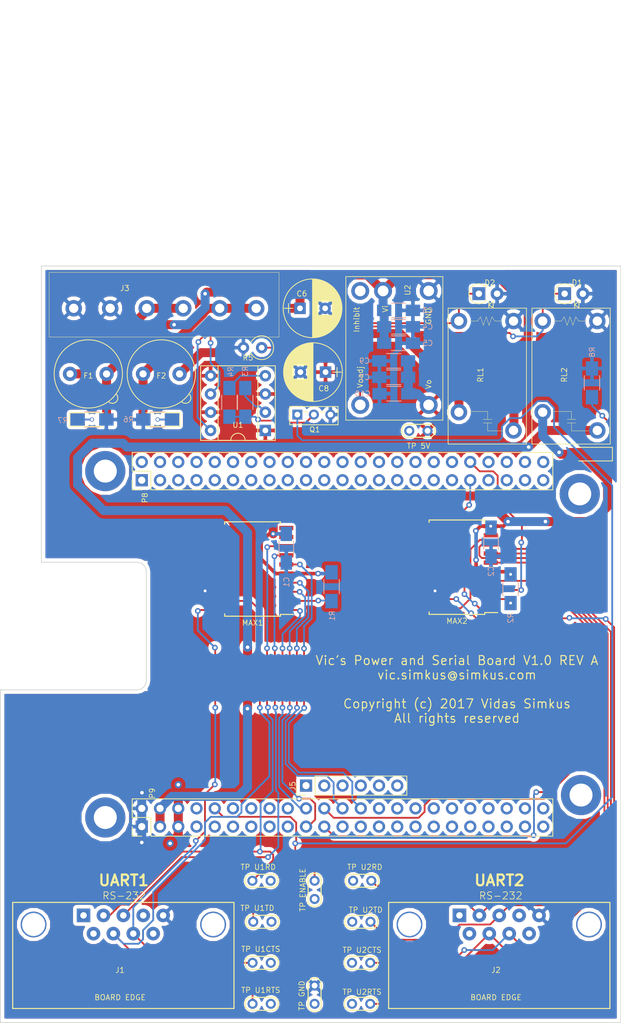
<source format=kicad_pcb>
(kicad_pcb (version 4) (host pcbnew 4.0.7-e1-6374~58~ubuntu16.04.1)
  (title_block (title "BBB Serial and Power Driver Cape") (rev V1.0))
  (layers (0 F.Cu signal) (31 B.Cu signal) (34 B.Paste user) (35 F.Paste user) (36 B.SilkS user) (37 F.SilkS user) (38 B.Mask user) (39 F.Mask user) (44 Edge.Cuts user))
  (net 0 "")
  (net 1 "Net-(D1-Pad1)")
  (net 2 "Net-(D2-Pad1)")
  (net 3 "Net-(MAX1-Pad11)")
  (net 4 "Net-(MAX1-Pad12)")
  (net 5 "Net-(MAX2-Pad11)")
  (net 6 "Net-(MAX2-Pad12)")
  (net 7 /POWER_CONTROL/ENABLE)
  (net 8 "Net-(Q1-Pad2)")
  (net 9 "/SERIAL_IO/DB9_U1_RD(RX)")
  (net 10 "/SERIAL_IO/DB9_U1_TD(TX)")
  (net 11 /SERIAL_IO/DB9_U1_RTS)
  (net 12 /SERIAL_IO/DB9_U1_CTS)
  (net 13 "/SERIAL_IO/DB9_U2_RD(RX)")
  (net 14 "/SERIAL_IO/DB9_U2_TD(TX)")
  (net 15 /SERIAL_IO/DB9_U2_RTS)
  (net 16 /SERIAL_IO/DB9_U2_CTS)
  (net 17 "Net-(J1-Pad1)")
  (net 18 "Net-(J1-Pad4)")
  (net 19 "Net-(J1-Pad6)")
  (net 20 "Net-(J1-Pad9)")
  (net 21 "Net-(J2-Pad1)")
  (net 22 "Net-(J2-Pad4)")
  (net 23 "Net-(J2-Pad6)")
  (net 24 "Net-(J2-Pad9)")
  (net 25 "Net-(MAX1-Pad13)")
  (net 26 "Net-(MAX1-Pad14)")
  (net 27 "Net-(MAX2-Pad13)")
  (net 28 "Net-(MAX2-Pad14)")
  (net 29 "Net-(P8-Pad1)")
  (net 30 "Net-(P8-Pad2)")
  (net 31 "Net-(P8-Pad3)")
  (net 32 "Net-(P8-Pad4)")
  (net 33 "Net-(P8-Pad5)")
  (net 34 "Net-(P8-Pad6)")
  (net 35 "Net-(P8-Pad7)")
  (net 36 "Net-(P8-Pad8)")
  (net 37 "Net-(P8-Pad9)")
  (net 38 "Net-(P8-Pad10)")
  (net 39 "Net-(P8-Pad11)")
  (net 40 "Net-(P8-Pad12)")
  (net 41 "Net-(P8-Pad13)")
  (net 42 "Net-(P8-Pad14)")
  (net 43 "Net-(P8-Pad15)")
  (net 44 "Net-(P8-Pad16)")
  (net 45 "Net-(P8-Pad17)")
  (net 46 "Net-(P8-Pad18)")
  (net 47 "Net-(P8-Pad19)")
  (net 48 "Net-(P8-Pad20)")
  (net 49 "Net-(P8-Pad21)")
  (net 50 "Net-(P8-Pad22)")
  (net 51 "Net-(P8-Pad23)")
  (net 52 "Net-(P8-Pad24)")
  (net 53 "Net-(P8-Pad25)")
  (net 54 "Net-(P8-Pad26)")
  (net 55 "Net-(P8-Pad27)")
  (net 56 "Net-(P8-Pad28)")
  (net 57 "Net-(P8-Pad29)")
  (net 58 "Net-(P8-Pad30)")
  (net 59 "Net-(P8-Pad31)")
  (net 60 "Net-(P8-Pad32)")
  (net 61 "Net-(P8-Pad33)")
  (net 62 "Net-(P8-Pad34)")
  (net 63 "Net-(P8-Pad35)")
  (net 64 "Net-(P8-Pad36)")
  (net 65 "Net-(P8-Pad39)")
  (net 66 "Net-(P8-Pad42)")
  (net 67 "Net-(P8-Pad43)")
  (net 68 "Net-(P8-Pad44)")
  (net 69 "Net-(P8-Pad45)")
  (net 70 "Net-(P8-Pad46)")
  (net 71 "Net-(P9-Pad7)")
  (net 72 "Net-(P9-Pad8)")
  (net 73 "Net-(P9-Pad9)")
  (net 74 "Net-(P9-Pad11)")
  (net 75 "Net-(P9-Pad12)")
  (net 76 "Net-(P9-Pad13)")
  (net 77 "Net-(P9-Pad14)")
  (net 78 "Net-(P9-Pad15)")
  (net 79 "Net-(P9-Pad16)")
  (net 80 "Net-(P9-Pad17)")
  (net 81 "Net-(P9-Pad18)")
  (net 82 "Net-(P9-Pad23)")
  (net 83 "Net-(P9-Pad25)")
  (net 84 "Net-(P9-Pad27)")
  (net 85 "Net-(P9-Pad28)")
  (net 86 "Net-(P9-Pad29)")
  (net 87 "Net-(P9-Pad30)")
  (net 88 "Net-(P9-Pad31)")
  (net 89 "Net-(P9-Pad32)")
  (net 90 "Net-(P9-Pad33)")
  (net 91 "Net-(P9-Pad34)")
  (net 92 "Net-(P9-Pad35)")
  (net 93 "Net-(P9-Pad36)")
  (net 94 "Net-(P9-Pad37)")
  (net 95 "Net-(P9-Pad38)")
  (net 96 "Net-(P9-Pad39)")
  (net 97 "Net-(P9-Pad40)")
  (net 98 "Net-(P9-Pad41)")
  (net 99 "Net-(P9-Pad42)")
  (net 100 "Net-(P9-Pad43)")
  (net 101 "Net-(P9-Pad44)")
  (net 102 "Net-(P9-Pad45)")
  (net 103 "Net-(P9-Pad46)")
  (net 104 VDD_33V_SW)
  (net 105 GND)
  (net 106 VDD_24V_PROT)
  (net 107 VDD_5V_PROT)
  (net 108 VDD_24V_SW)
  (net 109 "Net-(MAX1-Pad2)")
  (net 110 "Net-(MAX1-Pad15)")
  (net 111 "Net-(MAX1-Pad16)")
  (net 112 "Net-(MAX1-Pad17)")
  (net 113 "Net-(MAX2-Pad2)")
  (net 114 "Net-(MAX2-Pad15)")
  (net 115 "Net-(MAX2-Pad16)")
  (net 116 "Net-(MAX2-Pad17)")
  (net 117 VDD_33V)
  (net 118 "Net-(R3-Pad1)")
  (net 119 "Net-(R4-Pad1)")
  (net 120 "Net-(R5-Pad1)")
  (net 121 "Net-(U2-Pad3)")
  (net 122 /POWER_CONTROL/VDD_24V_IN)
  (net 123 /POWER_CONTROL/VDD_24V_SW_OUT)
  (net 124 "Net-(LED1-Pad1)")
  (net 125 "Net-(LED2-Pad1)")
  (net 126 "Net-(LED3-Pad1)")
  (net 127 "Net-(J5-Pad1)")
  (net 128 "Net-(J5-Pad2)")
  (net 129 "Net-(J5-Pad3)")
  (net 130 "Net-(J5-Pad4)")
  (net 131 "Net-(J5-Pad5)")
  (net 132 "Net-(J5-Pad6)")
  (net 133 /U1_RTS)
  (net 134 /U2_TX)
  (net 135 /U2_CTS)
  (net 136 /U2_RTS)
  (net 137 /U2_RX)
  (net 138 /U1_CTS)
  (net 139 /U1_TX)
  (net 140 /U1_RX)
  (net 141 "Net-(P8-Pad40)")
  (net 142 "Net-(P8-Pad41)")
  (module CUSTOM_FOOTPRINTS:D_SUB_9_RIGHT (layer F.Cu) (at 165.959 134.366)
    (fp_text reference J2 (at 5.08 7.62) (layer F.SilkS) (effects (font (size 0.75 0.75) (thickness 0.1))))
    (fp_text value UART2)
    (fp_text user "BOARD EDGE" (at 5.08 11.43) (layer F.SilkS) (effects (font (size 0.75 0.75) (thickness 0.1))))
    (pad 1 thru_hole rect (at 0 0) (size 1.9 1.9) (drill 0.9) (layers *.Cu *.Mask) (net 21 "Net-(J2-Pad1)"))
    (pad 2 thru_hole circle (at 2.77 0) (size 1.9 1.9) (drill 0.9) (layers *.Cu *.Mask) (net 13 "/SERIAL_IO/DB9_U2_RD(RX)"))
    (pad 3 thru_hole circle (at 5.54 0) (size 1.9 1.9) (drill 0.9) (layers *.Cu *.Mask) (net 14 "/SERIAL_IO/DB9_U2_TD(TX)"))
    (pad 4 thru_hole circle (at 8.31 0) (size 1.9 1.9) (drill 0.9) (layers *.Cu *.Mask) (net 22 "Net-(J2-Pad4)"))
    (pad 5 thru_hole circle (at 11.08 0) (size 1.9 1.9) (drill 0.9) (layers *.Cu *.Mask) (net 105 GND))
    (pad 6 thru_hole circle (at 1.385 2.54) (size 1.9 1.9) (drill 0.9) (layers *.Cu *.Mask) (net 23 "Net-(J2-Pad6)"))
    (pad 7 thru_hole circle (at 4.15 2.54) (size 1.9 1.9) (drill 0.9) (layers *.Cu *.Mask) (net 15 /SERIAL_IO/DB9_U2_RTS))
    (pad 8 thru_hole circle (at 6.925 2.54) (size 1.9 1.9) (drill 0.9) (layers *.Cu *.Mask) (net 16 /SERIAL_IO/DB9_U2_CTS))
    (pad 9 thru_hole circle (at 9.695 2.54) (size 1.9 1.9) (drill 0.9) (layers *.Cu *.Mask) (net 24 "Net-(J2-Pad9)"))
    (pad 0 thru_hole circle (at -6.955 1.27) (size 3.6 3.6) (drill 3.2) (layers *.Cu *.Mask))
    (pad 0 thru_hole circle (at 18.035 1.27) (size 3.6 3.6) (drill 3.2) (layers *.Cu *.Mask))
  )
  (module Housings_SOIC:SOIC-20W_7.5x12.8mm_Pitch1.27mm (layer F.Cu) (at 165.608 85.852 180)
    (fp_text reference MAX2 (at 0 -7.5 180) (layer F.SilkS) (effects (font (size 0.75 0.75) (thickness 0.1))))
    (fp_text value MAX3233E)
    (pad 1 smd rect (at -4.7 -5.715 180) (size 1.95 0.6) (layers F.Cu F.Paste F.Mask) (net 135 /U2_CTS))
    (pad 2 smd rect (at -4.7 -4.445 180) (size 1.95 0.6) (layers F.Cu F.Paste F.Mask) (net 113 "Net-(MAX2-Pad2)"))
    (pad 3 smd rect (at -4.7 -3.175 180) (size 1.95 0.6) (layers F.Cu F.Paste F.Mask) (net 136 /U2_RTS))
    (pad 4 smd rect (at -4.7 -1.905 180) (size 1.95 0.6) (layers F.Cu F.Paste F.Mask) (net 134 /U2_TX))
    (pad 5 smd rect (at -4.7 -0.635 180) (size 1.95 0.6) (layers F.Cu F.Paste F.Mask) (net 104 VDD_33V_SW))
    (pad 6 smd rect (at -4.7 0.635 180) (size 1.95 0.6) (layers F.Cu F.Paste F.Mask) (net 137 /U2_RX))
    (pad 7 smd rect (at -4.7 1.905 180) (size 1.95 0.6) (layers F.Cu F.Paste F.Mask) (net 14 "/SERIAL_IO/DB9_U2_TD(TX)"))
    (pad 8 smd rect (at -4.7 3.175 180) (size 1.95 0.6) (layers F.Cu F.Paste F.Mask) (net 13 "/SERIAL_IO/DB9_U2_RD(RX)"))
    (pad 9 smd rect (at -4.7 4.445 180) (size 1.95 0.6) (layers F.Cu F.Paste F.Mask) (net 104 VDD_33V_SW))
    (pad 10 smd rect (at -4.7 5.715 180) (size 1.95 0.6) (layers F.Cu F.Paste F.Mask) (net 104 VDD_33V_SW))
    (pad 11 smd rect (at 4.7 5.715 180) (size 1.95 0.6) (layers F.Cu F.Paste F.Mask) (net 5 "Net-(MAX2-Pad11)"))
    (pad 12 smd rect (at 4.7 4.445 180) (size 1.95 0.6) (layers F.Cu F.Paste F.Mask) (net 6 "Net-(MAX2-Pad12)"))
    (pad 13 smd rect (at 4.7 3.175 180) (size 1.95 0.6) (layers F.Cu F.Paste F.Mask) (net 27 "Net-(MAX2-Pad13)"))
    (pad 14 smd rect (at 4.7 1.905 180) (size 1.95 0.6) (layers F.Cu F.Paste F.Mask) (net 28 "Net-(MAX2-Pad14)"))
    (pad 15 smd rect (at 4.7 0.635 180) (size 1.95 0.6) (layers F.Cu F.Paste F.Mask) (net 114 "Net-(MAX2-Pad15)"))
    (pad 16 smd rect (at 4.7 -0.635 180) (size 1.95 0.6) (layers F.Cu F.Paste F.Mask) (net 115 "Net-(MAX2-Pad16)"))
    (pad 17 smd rect (at 4.7 -1.905 180) (size 1.95 0.6) (layers F.Cu F.Paste F.Mask) (net 116 "Net-(MAX2-Pad17)"))
    (pad 18 smd rect (at 4.7 -3.175 180) (size 1.95 0.6) (layers F.Cu F.Paste F.Mask) (net 105 GND))
    (pad 19 smd rect (at 4.7 -4.445 180) (size 1.95 0.6) (layers F.Cu F.Paste F.Mask) (net 15 /SERIAL_IO/DB9_U2_RTS))
    (pad 20 smd rect (at 4.7 -5.715 180) (size 1.95 0.6) (layers F.Cu F.Paste F.Mask) (net 16 /SERIAL_IO/DB9_U2_CTS))
  )
  (module Mounting_Holes:MountingHole_3.2mm_M3_DIN965_Pad (layer F.Cu) (at 182.88 117.602)
    (fp_text reference REF** hide)
    (fp_text value MountingHole_3.2mm_M3_DIN965_Pad)
    (pad 1 thru_hole circle (at 0 0) (size 5.6 5.6) (drill 3.2) (layers *.Cu *.Mask))
  )
  (module Mounting_Holes:MountingHole_3.2mm_M3_DIN965_Pad (layer F.Cu) (at 116.6622 120.7262)
    (fp_text reference REF** hide)
    (fp_text value MountingHole_3.2mm_M3_DIN965_Pad)
    (pad 1 thru_hole circle (at 0 0) (size 5.6 5.6) (drill 3.2) (layers *.Cu *.Mask))
  )
  (module Mounting_Holes:MountingHole_3.2mm_M3_DIN965_Pad (layer F.Cu) (at 116.6622 72.4662)
    (fp_text reference REF** hide)
    (fp_text value MountingHole_3.2mm_M3_DIN965_Pad)
    (pad 1 thru_hole circle (at 0 0) (size 5.6 5.6) (drill 3.2) (layers *.Cu *.Mask))
  )
  (module Capacitors_SMD:C_1206_HandSoldering (layer B.Cu) (at 141.859 83.2104 270)
    (fp_text reference C1 (at 4.7244 -0.0254 270) (layer B.SilkS) (effects (font (size 0.75 0.75) (thickness 0.1)) (justify mirror)))
    (fp_text value .1uF)
    (pad 1 smd rect (at -2 0 270) (size 2 1.6) (layers B.Cu B.Paste B.Mask) (net 104 VDD_33V_SW))
    (pad 2 smd rect (at 2 0 270) (size 2 1.6) (layers B.Cu B.Paste B.Mask) (net 105 GND))
  )
  (module Capacitors_SMD:C_1206_HandSoldering (layer B.Cu) (at 170.3578 82.3402 270)
    (fp_text reference C2 (at 4.096 0 270) (layer B.SilkS) (effects (font (size 0.75 0.75) (thickness 0.1)) (justify mirror)))
    (fp_text value .1uF)
    (pad 1 smd rect (at -2 0 270) (size 2 1.6) (layers B.Cu B.Paste B.Mask) (net 104 VDD_33V_SW))
    (pad 2 smd rect (at 2 0 270) (size 2 1.6) (layers B.Cu B.Paste B.Mask) (net 105 GND))
  )
  (module Capacitors_SMD:C_1206_HandSoldering (layer B.Cu) (at 157.48 50.072812)
    (fp_text reference C3 (at 4.064 0) (layer B.SilkS) (effects (font (size 0.75 0.75) (thickness 0.1)) (justify mirror)))
    (fp_text value 2.2uF)
    (pad 1 smd rect (at -2 0) (size 2 1.6) (layers B.Cu B.Paste B.Mask) (net 106 VDD_24V_PROT))
    (pad 2 smd rect (at 2 0) (size 2 1.6) (layers B.Cu B.Paste B.Mask) (net 105 GND))
  )
  (module Capacitors_SMD:C_1206_HandSoldering (layer B.Cu) (at 157.48 52.358812)
    (fp_text reference C4 (at 4.064 0) (layer B.SilkS) (effects (font (size 0.75 0.75) (thickness 0.1)) (justify mirror)))
    (fp_text value 1uF)
    (pad 1 smd rect (at -2 0) (size 2 1.6) (layers B.Cu B.Paste B.Mask) (net 106 VDD_24V_PROT))
    (pad 2 smd rect (at 2 0) (size 2 1.6) (layers B.Cu B.Paste B.Mask) (net 105 GND))
  )
  (module Capacitors_SMD:C_1206_HandSoldering (layer B.Cu) (at 157.48 54.644812)
    (fp_text reference C5 (at 4.064 0) (layer B.SilkS) (effects (font (size 0.75 0.75) (thickness 0.1)) (justify mirror)))
    (fp_text value 10uF)
    (pad 1 smd rect (at -2 0) (size 2 1.6) (layers B.Cu B.Paste B.Mask) (net 106 VDD_24V_PROT))
    (pad 2 smd rect (at 2 0) (size 2 1.6) (layers B.Cu B.Paste B.Mask) (net 105 GND))
  )
  (module Capacitors_THT:CP_Radial_D8.0mm_P3.50mm (layer F.Cu) (at 143.764 49.784)
    (fp_text reference C6 (at 0.254 -2.032) (layer F.SilkS) (effects (font (size 0.75 0.75) (thickness 0.1))))
    (fp_text value 180uF)
    (pad 1 thru_hole rect (at 0 0) (size 1.6 1.6) (drill 0.8) (layers *.Cu *.Mask) (net 106 VDD_24V_PROT))
    (pad 2 thru_hole circle (at 3.5 0) (size 1.6 1.6) (drill 0.8) (layers *.Cu *.Mask) (net 105 GND))
  )
  (module Capacitors_SMD:C_1206_HandSoldering (layer B.Cu) (at 156.804948 59.398478 180)
    (fp_text reference C7 (at 4.064 0 180) (layer B.SilkS) (effects (font (size 0.75 0.75) (thickness 0.1)) (justify mirror)))
    (fp_text value 10uF)
    (pad 1 smd rect (at -2 0 180) (size 2 1.6) (layers B.Cu B.Paste B.Mask) (net 107 VDD_5V_PROT))
    (pad 2 smd rect (at 2 0 180) (size 2 1.6) (layers B.Cu B.Paste B.Mask) (net 105 GND))
  )
  (module Capacitors_THT:CP_Radial_D8.0mm_P3.50mm (layer F.Cu) (at 147.32 58.674 180)
    (fp_text reference C8 (at 0.254 -2.286 180) (layer F.SilkS) (effects (font (size 0.75 0.75) (thickness 0.1))))
    (fp_text value 180uF)
    (pad 1 thru_hole rect (at 0 0 180) (size 1.6 1.6) (drill 0.8) (layers *.Cu *.Mask) (net 107 VDD_5V_PROT))
    (pad 2 thru_hole circle (at 3.5 0 180) (size 1.6 1.6) (drill 0.8) (layers *.Cu *.Mask) (net 105 GND))
  )
  (module Capacitors_SMD:C_1206_HandSoldering (layer B.Cu) (at 156.804948 57.112478 180)
    (fp_text reference C9 (at 4.064 0 180) (layer B.SilkS) (effects (font (size 0.75 0.75) (thickness 0.1)) (justify mirror)))
    (fp_text value 1uF)
    (pad 1 smd rect (at -2 0 180) (size 2 1.6) (layers B.Cu B.Paste B.Mask) (net 107 VDD_5V_PROT))
    (pad 2 smd rect (at 2 0 180) (size 2 1.6) (layers B.Cu B.Paste B.Mask) (net 105 GND))
  )
  (module Capacitors_SMD:C_1206_HandSoldering (layer B.Cu) (at 156.836948 61.684478 180)
    (fp_text reference C10 (at 4.35 0 180) (layer B.SilkS) (effects (font (size 0.75 0.75) (thickness 0.1)) (justify mirror)))
    (fp_text value 2.2uF)
    (pad 1 smd rect (at -2 0 180) (size 2 1.6) (layers B.Cu B.Paste B.Mask) (net 107 VDD_5V_PROT))
    (pad 2 smd rect (at 2 0 180) (size 2 1.6) (layers B.Cu B.Paste B.Mask) (net 105 GND))
  )
  (module Diodes_THT:D_A-405_P2.54mm_Vertical_AnodeUp (layer F.Cu) (at 180.594 47.752)
    (fp_text reference D1 (at 1.7272 -1.5494) (layer F.SilkS) (effects (font (size 0.75 0.75) (thickness 0.1))))
    (fp_text value D)
    (pad 1 thru_hole rect (at 0 0) (size 1.8 1.8) (drill 0.9) (layers *.Cu *.Mask) (net 1 "Net-(D1-Pad1)"))
    (pad 2 thru_hole oval (at 2.54 0) (size 1.8 1.8) (drill 0.9) (layers *.Cu *.Mask) (net 105 GND))
  )
  (module Diodes_THT:D_A-405_P2.54mm_Vertical_AnodeUp (layer F.Cu) (at 168.656 47.752)
    (fp_text reference D2 (at 1.524 -1.524) (layer F.SilkS) (effects (font (size 0.75 0.75) (thickness 0.1))))
    (fp_text value D)
    (pad 1 thru_hole rect (at 0 0) (size 1.8 1.8) (drill 0.9) (layers *.Cu *.Mask) (net 2 "Net-(D2-Pad1)"))
    (pad 2 thru_hole oval (at 2.54 0) (size 1.8 1.8) (drill 0.9) (layers *.Cu *.Mask) (net 105 GND))
  )
  (module Fuse_Holders_and_Fuses:Fuseholder_Fuse_TR5_Littlefuse-No560_No460 (layer F.Cu) (at 111.76 58.918)
    (fp_text reference F1 (at 2.54 0.264) (layer F.SilkS) (effects (font (size 0.75 0.75) (thickness 0.1))))
    (fp_text value Fuse)
    (pad 1 thru_hole circle (at 0 0) (size 2 2) (drill 1) (layers *.Cu *.Mask) (net 122 /POWER_CONTROL/VDD_24V_IN))
    (pad 2 thru_hole circle (at 5.08 0.01) (size 2 2) (drill 1) (layers *.Cu *.Mask) (net 106 VDD_24V_PROT))
  )
  (module Fuse_Holders_and_Fuses:Fuseholder_Fuse_TR5_Littlefuse-No560_No460 (layer F.Cu) (at 121.92 58.918)
    (fp_text reference F2 (at 2.54 0.264) (layer F.SilkS) (effects (font (size 0.75 0.75) (thickness 0.1))))
    (fp_text value Fuse)
    (pad 1 thru_hole circle (at 0 0) (size 2 2) (drill 1) (layers *.Cu *.Mask) (net 123 /POWER_CONTROL/VDD_24V_SW_OUT))
    (pad 2 thru_hole circle (at 5.08 0.01) (size 2 2) (drill 1) (layers *.Cu *.Mask) (net 108 VDD_24V_SW))
  )
  (module CUSTOM_FOOTPRINTS:D_SUB_9_RIGHT (layer F.Cu) (at 113.635 134.366)
    (fp_text reference J1 (at 5.08 7.62) (layer F.SilkS) (effects (font (size 0.75 0.75) (thickness 0.1))))
    (fp_text value UART1)
    (fp_text user "BOARD EDGE" (at 5.08 11.43) (layer F.SilkS) (effects (font (size 0.75 0.75) (thickness 0.1))))
    (pad 1 thru_hole rect (at 0 0) (size 1.9 1.9) (drill 0.9) (layers *.Cu *.Mask) (net 17 "Net-(J1-Pad1)"))
    (pad 2 thru_hole circle (at 2.77 0) (size 1.9 1.9) (drill 0.9) (layers *.Cu *.Mask) (net 9 "/SERIAL_IO/DB9_U1_RD(RX)"))
    (pad 3 thru_hole circle (at 5.54 0) (size 1.9 1.9) (drill 0.9) (layers *.Cu *.Mask) (net 10 "/SERIAL_IO/DB9_U1_TD(TX)"))
    (pad 4 thru_hole circle (at 8.31 0) (size 1.9 1.9) (drill 0.9) (layers *.Cu *.Mask) (net 18 "Net-(J1-Pad4)"))
    (pad 5 thru_hole circle (at 11.08 0) (size 1.9 1.9) (drill 0.9) (layers *.Cu *.Mask) (net 105 GND))
    (pad 6 thru_hole circle (at 1.385 2.54) (size 1.9 1.9) (drill 0.9) (layers *.Cu *.Mask) (net 19 "Net-(J1-Pad6)"))
    (pad 7 thru_hole circle (at 4.15 2.54) (size 1.9 1.9) (drill 0.9) (layers *.Cu *.Mask) (net 11 /SERIAL_IO/DB9_U1_RTS))
    (pad 8 thru_hole circle (at 6.925 2.54) (size 1.9 1.9) (drill 0.9) (layers *.Cu *.Mask) (net 12 /SERIAL_IO/DB9_U1_CTS))
    (pad 9 thru_hole circle (at 9.695 2.54) (size 1.9 1.9) (drill 0.9) (layers *.Cu *.Mask) (net 20 "Net-(J1-Pad9)"))
    (pad 0 thru_hole circle (at -6.955 1.27) (size 3.6 3.6) (drill 3.2) (layers *.Cu *.Mask))
    (pad 0 thru_hole circle (at 18.035 1.27) (size 3.6 3.6) (drill 3.2) (layers *.Cu *.Mask))
  )
  (module Measurement_Points:Test_Point_2Pads (layer F.Cu) (at 161.5186 66.8528 180)
    (fp_text reference J4 hide)
    (fp_text value TEST_1P)
    (pad 1 thru_hole circle (at 0 0 180) (size 1.4 1.4) (drill 0.8128) (layers *.Cu *.Mask) (net 107 VDD_5V_PROT))
    (pad 2 thru_hole circle (at 2.54 0 180) (size 1.4 1.4) (drill 0.8128) (layers *.Cu *.Mask))
  )
  (module Housings_SOIC:SOIC-20W_7.5x12.8mm_Pitch1.27mm (layer F.Cu) (at 137.16 86.106 180)
    (fp_text reference MAX1 (at 0 -7.5 180) (layer F.SilkS) (effects (font (size 0.75 0.75) (thickness 0.1))))
    (fp_text value MAX3233E)
    (pad 1 smd rect (at -4.7 -5.715 180) (size 1.95 0.6) (layers F.Cu F.Paste F.Mask) (net 138 /U1_CTS))
    (pad 2 smd rect (at -4.7 -4.445 180) (size 1.95 0.6) (layers F.Cu F.Paste F.Mask) (net 109 "Net-(MAX1-Pad2)"))
    (pad 3 smd rect (at -4.7 -3.175 180) (size 1.95 0.6) (layers F.Cu F.Paste F.Mask) (net 133 /U1_RTS))
    (pad 4 smd rect (at -4.7 -1.905 180) (size 1.95 0.6) (layers F.Cu F.Paste F.Mask) (net 139 /U1_TX))
    (pad 5 smd rect (at -4.7 -0.635 180) (size 1.95 0.6) (layers F.Cu F.Paste F.Mask) (net 104 VDD_33V_SW))
    (pad 6 smd rect (at -4.7 0.635 180) (size 1.95 0.6) (layers F.Cu F.Paste F.Mask) (net 140 /U1_RX))
    (pad 7 smd rect (at -4.7 1.905 180) (size 1.95 0.6) (layers F.Cu F.Paste F.Mask) (net 10 "/SERIAL_IO/DB9_U1_TD(TX)"))
    (pad 8 smd rect (at -4.7 3.175 180) (size 1.95 0.6) (layers F.Cu F.Paste F.Mask) (net 9 "/SERIAL_IO/DB9_U1_RD(RX)"))
    (pad 9 smd rect (at -4.7 4.445 180) (size 1.95 0.6) (layers F.Cu F.Paste F.Mask) (net 104 VDD_33V_SW))
    (pad 10 smd rect (at -4.7 5.715 180) (size 1.95 0.6) (layers F.Cu F.Paste F.Mask) (net 104 VDD_33V_SW))
    (pad 11 smd rect (at 4.7 5.715 180) (size 1.95 0.6) (layers F.Cu F.Paste F.Mask) (net 3 "Net-(MAX1-Pad11)"))
    (pad 12 smd rect (at 4.7 4.445 180) (size 1.95 0.6) (layers F.Cu F.Paste F.Mask) (net 4 "Net-(MAX1-Pad12)"))
    (pad 13 smd rect (at 4.7 3.175 180) (size 1.95 0.6) (layers F.Cu F.Paste F.Mask) (net 25 "Net-(MAX1-Pad13)"))
    (pad 14 smd rect (at 4.7 1.905 180) (size 1.95 0.6) (layers F.Cu F.Paste F.Mask) (net 26 "Net-(MAX1-Pad14)"))
    (pad 15 smd rect (at 4.7 0.635 180) (size 1.95 0.6) (layers F.Cu F.Paste F.Mask) (net 110 "Net-(MAX1-Pad15)"))
    (pad 16 smd rect (at 4.7 -0.635 180) (size 1.95 0.6) (layers F.Cu F.Paste F.Mask) (net 111 "Net-(MAX1-Pad16)"))
    (pad 17 smd rect (at 4.7 -1.905 180) (size 1.95 0.6) (layers F.Cu F.Paste F.Mask) (net 112 "Net-(MAX1-Pad17)"))
    (pad 18 smd rect (at 4.7 -3.175 180) (size 1.95 0.6) (layers F.Cu F.Paste F.Mask) (net 105 GND))
    (pad 19 smd rect (at 4.7 -4.445 180) (size 1.95 0.6) (layers F.Cu F.Paste F.Mask) (net 11 /SERIAL_IO/DB9_U1_RTS))
    (pad 20 smd rect (at 4.7 -5.715 180) (size 1.95 0.6) (layers F.Cu F.Paste F.Mask) (net 12 /SERIAL_IO/DB9_U1_CTS))
  )
  (module TO_SOT_Packages_THT:TO-251_IPAK_Vertical (layer F.Cu) (at 143.3944 64.5922)
    (fp_text reference Q1 (at 2.427 2.0828) (layer F.SilkS) (effects (font (size 0.75 0.75) (thickness 0.1))))
    (fp_text value F3055L)
    (pad 1 thru_hole rect (at 0 0) (size 1.4 1.4) (drill 0.8) (layers *.Cu *.Mask) (net 7 /POWER_CONTROL/ENABLE))
    (pad 2 thru_hole oval (at 2.3 0) (size 1.4 1.4) (drill 0.8) (layers *.Cu *.Mask) (net 8 "Net-(Q1-Pad2)"))
    (pad 3 thru_hole oval (at 4.6 0) (size 1.4 1.4) (drill 0.8) (layers *.Cu *.Mask) (net 105 GND))
  )
  (module Resistors_SMD:R_1206_HandSoldering (layer B.Cu) (at 148.1582 88.5698 270)
    (fp_text reference R1 (at 4.064 -0.0762 270) (layer B.SilkS) (effects (font (size 0.75 0.75) (thickness 0.1)) (justify mirror)))
    (fp_text value 10K)
    (pad 1 smd rect (at -2 0 270) (size 2 1.7) (layers B.Cu B.Paste B.Mask) (net 104 VDD_33V_SW))
    (pad 2 smd rect (at 2 0 270) (size 2 1.7) (layers B.Cu B.Paste B.Mask) (net 109 "Net-(MAX1-Pad2)"))
  )
  (module Resistors_SMD:R_1206_HandSoldering (layer B.Cu) (at 173.0756 88.8492 270)
    (fp_text reference R2 (at 4.096 0 270) (layer B.SilkS) (effects (font (size 0.75 0.75) (thickness 0.1)) (justify mirror)))
    (fp_text value 10K)
    (pad 1 smd rect (at -2 0 270) (size 2 1.7) (layers B.Cu B.Paste B.Mask) (net 104 VDD_33V_SW))
    (pad 2 smd rect (at 2 0 270) (size 2 1.7) (layers B.Cu B.Paste B.Mask) (net 113 "Net-(MAX2-Pad2)"))
  )
  (module Resistors_SMD:R_1206_HandSoldering (layer B.Cu) (at 136.144 62.888144 270)
    (fp_text reference R3 (at -4.318 0 270) (layer B.SilkS) (effects (font (size 0.75 0.75) (thickness 0.1)) (justify mirror)))
    (fp_text value 470)
    (pad 1 smd rect (at -2 0 270) (size 2 1.7) (layers B.Cu B.Paste B.Mask) (net 118 "Net-(R3-Pad1)"))
    (pad 2 smd rect (at 2 0 270) (size 2 1.7) (layers B.Cu B.Paste B.Mask) (net 8 "Net-(Q1-Pad2)"))
  )
  (module Resistors_SMD:R_1206_HandSoldering (layer B.Cu) (at 133.937 62.888144 270)
    (fp_text reference R4 (at -4.269001 -0.175 270) (layer B.SilkS) (effects (font (size 0.75 0.75) (thickness 0.1)) (justify mirror)))
    (fp_text value 470)
    (pad 1 smd rect (at -2 0 270) (size 2 1.7) (layers B.Cu B.Paste B.Mask) (net 119 "Net-(R4-Pad1)"))
    (pad 2 smd rect (at 2 0 270) (size 2 1.7) (layers B.Cu B.Paste B.Mask) (net 8 "Net-(Q1-Pad2)"))
  )
  (module Resistors_THT:R_Axial_DIN0309_L9.0mm_D3.2mm_P2.54mm_Vertical (layer F.Cu) (at 138.43 55.2704 180)
    (fp_text reference R5 (at 1.905 -1.397 180) (layer F.SilkS) (effects (font (size 0.75 0.75) (thickness 0.1))))
    (fp_text value 21K)
    (pad 1 thru_hole circle (at 0 0 180) (size 1.6 1.6) (drill 0.8) (layers *.Cu *.Mask) (net 120 "Net-(R5-Pad1)"))
    (pad 2 thru_hole oval (at 2.54 0 180) (size 1.6 1.6) (drill 0.8) (layers *.Cu *.Mask) (net 105 GND))
  )
  (module Housings_DIP:DIP-8_W7.62mm_Socket (layer F.Cu) (at 138.938 66.802 180)
    (fp_text reference U1 (at 3.81 0.762 180) (layer F.SilkS) (effects (font (size 0.75 0.75) (thickness 0.1))))
    (fp_text value TLP222A-2-C)
    (pad 1 thru_hole rect (at 0 0 180) (size 1.6 1.6) (drill 0.8) (layers *.Cu *.Mask) (net 107 VDD_5V_PROT))
    (pad 5 thru_hole oval (at 7.62 7.62 180) (size 1.6 1.6) (drill 0.8) (layers *.Cu *.Mask) (net 107 VDD_5V_PROT))
    (pad 2 thru_hole oval (at 0 2.54 180) (size 1.6 1.6) (drill 0.8) (layers *.Cu *.Mask) (net 118 "Net-(R3-Pad1)"))
    (pad 6 thru_hole oval (at 7.62 5.08 180) (size 1.6 1.6) (drill 0.8) (layers *.Cu *.Mask) (net 1 "Net-(D1-Pad1)"))
    (pad 3 thru_hole oval (at 0 5.08 180) (size 1.6 1.6) (drill 0.8) (layers *.Cu *.Mask) (net 107 VDD_5V_PROT))
    (pad 7 thru_hole oval (at 7.62 2.54 180) (size 1.6 1.6) (drill 0.8) (layers *.Cu *.Mask) (net 107 VDD_5V_PROT))
    (pad 4 thru_hole oval (at 0 7.62 180) (size 1.6 1.6) (drill 0.8) (layers *.Cu *.Mask) (net 119 "Net-(R4-Pad1)"))
    (pad 8 thru_hole oval (at 7.62 0 180) (size 1.6 1.6) (drill 0.8) (layers *.Cu *.Mask) (net 2 "Net-(D2-Pad1)"))
  )
  (module CUSTOM_FOOTPRINTS:PTN78000H (layer F.Cu) (at 152.146 47.366 270)
    (fp_text reference U2 (at -0.122 -6.604 270) (layer F.SilkS) (effects (font (size 0.75 0.75) (thickness 0.1))))
    (fp_text value PTN78000WAH)
    (fp_text user Voadj (at 12 0 270) (layer F.SilkS) (effects (font (size 0.75 0.75) (thickness 0.1))))
    (fp_text user Vo (at 13 -9.5 270) (layer F.SilkS) (effects (font (size 0.75 0.75) (thickness 0.1))))
    (fp_text user Inhibit (at 4 0.5 270) (layer F.SilkS) (effects (font (size 0.75 0.75) (thickness 0.1))))
    (fp_text user Vi (at 2.5 -3.5 270) (layer F.SilkS) (effects (font (size 0.75 0.75) (thickness 0.1))))
    (fp_text user GND (at 3.5 -9.5 270) (layer F.SilkS) (effects (font (size 0.75 0.75) (thickness 0.1))))
    (pad 5 thru_hole circle (at 15.88 -9.53 270) (size 2.5 2.5) (drill 1.5) (layers *.Cu *.Mask) (net 107 VDD_5V_PROT))
    (pad 1 thru_hole circle (at 0 -9.53 270) (size 2.5 2.5) (drill 1.5) (layers *.Cu *.Mask) (net 105 GND))
    (pad 2 thru_hole circle (at 0 -3.18 270) (size 2.5 2.5) (drill 1.5) (layers *.Cu *.Mask) (net 106 VDD_24V_PROT))
    (pad 4 thru_hole circle (at 15.88 0 270) (size 2.5 2.5) (drill 1.5) (layers *.Cu *.Mask) (net 120 "Net-(R5-Pad1)"))
    (pad 3 thru_hole circle (at 0 0 270) (size 2.5 2.5) (drill 1.5) (layers *.Cu *.Mask) (net 121 "Net-(U2-Pad3)"))
  )
  (module Pin_Headers:Pin_Header_Straight_2x23_Pitch2.54mm (layer F.Cu) (at 121.7422 73.7362 90)
    (fp_text reference P8 (at -2.4638 0.4318 90) (layer F.SilkS) (effects (font (size 0.75 0.75) (thickness 0.1))))
    (fp_text value P8)
    (pad 1 thru_hole rect (at 0 0 90) (size 1.7 1.7) (drill 1) (layers *.Cu *.Mask) (net 29 "Net-(P8-Pad1)"))
    (pad 2 thru_hole oval (at 2.54 0 90) (size 1.7 1.7) (drill 1) (layers *.Cu *.Mask) (net 30 "Net-(P8-Pad2)"))
    (pad 3 thru_hole oval (at 0 2.54 90) (size 1.7 1.7) (drill 1) (layers *.Cu *.Mask) (net 31 "Net-(P8-Pad3)"))
    (pad 4 thru_hole oval (at 2.54 2.54 90) (size 1.7 1.7) (drill 1) (layers *.Cu *.Mask) (net 32 "Net-(P8-Pad4)"))
    (pad 5 thru_hole oval (at 0 5.08 90) (size 1.7 1.7) (drill 1) (layers *.Cu *.Mask) (net 33 "Net-(P8-Pad5)"))
    (pad 6 thru_hole oval (at 2.54 5.08 90) (size 1.7 1.7) (drill 1) (layers *.Cu *.Mask) (net 34 "Net-(P8-Pad6)"))
    (pad 7 thru_hole oval (at 0 7.62 90) (size 1.7 1.7) (drill 1) (layers *.Cu *.Mask) (net 35 "Net-(P8-Pad7)"))
    (pad 8 thru_hole oval (at 2.54 7.62 90) (size 1.7 1.7) (drill 1) (layers *.Cu *.Mask) (net 36 "Net-(P8-Pad8)"))
    (pad 9 thru_hole oval (at 0 10.16 90) (size 1.7 1.7) (drill 1) (layers *.Cu *.Mask) (net 37 "Net-(P8-Pad9)"))
    (pad 10 thru_hole oval (at 2.54 10.16 90) (size 1.7 1.7) (drill 1) (layers *.Cu *.Mask) (net 38 "Net-(P8-Pad10)"))
    (pad 11 thru_hole oval (at 0 12.7 90) (size 1.7 1.7) (drill 1) (layers *.Cu *.Mask) (net 39 "Net-(P8-Pad11)"))
    (pad 12 thru_hole oval (at 2.54 12.7 90) (size 1.7 1.7) (drill 1) (layers *.Cu *.Mask) (net 40 "Net-(P8-Pad12)"))
    (pad 13 thru_hole oval (at 0 15.24 90) (size 1.7 1.7) (drill 1) (layers *.Cu *.Mask) (net 41 "Net-(P8-Pad13)"))
    (pad 14 thru_hole oval (at 2.54 15.24 90) (size 1.7 1.7) (drill 1) (layers *.Cu *.Mask) (net 42 "Net-(P8-Pad14)"))
    (pad 15 thru_hole oval (at 0 17.78 90) (size 1.7 1.7) (drill 1) (layers *.Cu *.Mask) (net 43 "Net-(P8-Pad15)"))
    (pad 16 thru_hole oval (at 2.54 17.78 90) (size 1.7 1.7) (drill 1) (layers *.Cu *.Mask) (net 44 "Net-(P8-Pad16)"))
    (pad 17 thru_hole oval (at 0 20.32 90) (size 1.7 1.7) (drill 1) (layers *.Cu *.Mask) (net 45 "Net-(P8-Pad17)"))
    (pad 18 thru_hole oval (at 2.54 20.32 90) (size 1.7 1.7) (drill 1) (layers *.Cu *.Mask) (net 46 "Net-(P8-Pad18)"))
    (pad 19 thru_hole oval (at 0 22.86 90) (size 1.7 1.7) (drill 1) (layers *.Cu *.Mask) (net 47 "Net-(P8-Pad19)"))
    (pad 20 thru_hole oval (at 2.54 22.86 90) (size 1.7 1.7) (drill 1) (layers *.Cu *.Mask) (net 48 "Net-(P8-Pad20)"))
    (pad 21 thru_hole oval (at 0 25.4 90) (size 1.7 1.7) (drill 1) (layers *.Cu *.Mask) (net 49 "Net-(P8-Pad21)"))
    (pad 22 thru_hole oval (at 2.54 25.4 90) (size 1.7 1.7) (drill 1) (layers *.Cu *.Mask) (net 50 "Net-(P8-Pad22)"))
    (pad 23 thru_hole oval (at 0 27.94 90) (size 1.7 1.7) (drill 1) (layers *.Cu *.Mask) (net 51 "Net-(P8-Pad23)"))
    (pad 24 thru_hole oval (at 2.54 27.94 90) (size 1.7 1.7) (drill 1) (layers *.Cu *.Mask) (net 52 "Net-(P8-Pad24)"))
    (pad 25 thru_hole oval (at 0 30.48 90) (size 1.7 1.7) (drill 1) (layers *.Cu *.Mask) (net 53 "Net-(P8-Pad25)"))
    (pad 26 thru_hole oval (at 2.54 30.48 90) (size 1.7 1.7) (drill 1) (layers *.Cu *.Mask) (net 54 "Net-(P8-Pad26)"))
    (pad 27 thru_hole oval (at 0 33.02 90) (size 1.7 1.7) (drill 1) (layers *.Cu *.Mask) (net 55 "Net-(P8-Pad27)"))
    (pad 28 thru_hole oval (at 2.54 33.02 90) (size 1.7 1.7) (drill 1) (layers *.Cu *.Mask) (net 56 "Net-(P8-Pad28)"))
    (pad 29 thru_hole oval (at 0 35.56 90) (size 1.7 1.7) (drill 1) (layers *.Cu *.Mask) (net 57 "Net-(P8-Pad29)"))
    (pad 30 thru_hole oval (at 2.54 35.56 90) (size 1.7 1.7) (drill 1) (layers *.Cu *.Mask) (net 58 "Net-(P8-Pad30)"))
    (pad 31 thru_hole oval (at 0 38.1 90) (size 1.7 1.7) (drill 1) (layers *.Cu *.Mask) (net 59 "Net-(P8-Pad31)"))
    (pad 32 thru_hole oval (at 2.54 38.1 90) (size 1.7 1.7) (drill 1) (layers *.Cu *.Mask) (net 60 "Net-(P8-Pad32)"))
    (pad 33 thru_hole oval (at 0 40.64 90) (size 1.7 1.7) (drill 1) (layers *.Cu *.Mask) (net 61 "Net-(P8-Pad33)"))
    (pad 34 thru_hole oval (at 2.54 40.64 90) (size 1.7 1.7) (drill 1) (layers *.Cu *.Mask) (net 62 "Net-(P8-Pad34)"))
    (pad 35 thru_hole oval (at 0 43.18 90) (size 1.7 1.7) (drill 1) (layers *.Cu *.Mask) (net 63 "Net-(P8-Pad35)"))
    (pad 36 thru_hole oval (at 2.54 43.18 90) (size 1.7 1.7) (drill 1) (layers *.Cu *.Mask) (net 64 "Net-(P8-Pad36)"))
    (pad 37 thru_hole oval (at 0 45.72 90) (size 1.7 1.7) (drill 1) (layers *.Cu *.Mask) (net 135 /U2_CTS))
    (pad 38 thru_hole oval (at 2.54 45.72 90) (size 1.7 1.7) (drill 1) (layers *.Cu *.Mask) (net 136 /U2_RTS))
    (pad 39 thru_hole oval (at 0 48.26 90) (size 1.7 1.7) (drill 1) (layers *.Cu *.Mask) (net 65 "Net-(P8-Pad39)"))
    (pad 40 thru_hole oval (at 2.54 48.26 90) (size 1.7 1.7) (drill 1) (layers *.Cu *.Mask) (net 141 "Net-(P8-Pad40)"))
    (pad 41 thru_hole oval (at 0 50.8 90) (size 1.7 1.7) (drill 1) (layers *.Cu *.Mask) (net 142 "Net-(P8-Pad41)"))
    (pad 42 thru_hole oval (at 2.54 50.8 90) (size 1.7 1.7) (drill 1) (layers *.Cu *.Mask) (net 66 "Net-(P8-Pad42)"))
    (pad 43 thru_hole oval (at 0 53.34 90) (size 1.7 1.7) (drill 1) (layers *.Cu *.Mask) (net 67 "Net-(P8-Pad43)"))
    (pad 44 thru_hole oval (at 2.54 53.34 90) (size 1.7 1.7) (drill 1) (layers *.Cu *.Mask) (net 68 "Net-(P8-Pad44)"))
    (pad 45 thru_hole oval (at 0 55.88 90) (size 1.7 1.7) (drill 1) (layers *.Cu *.Mask) (net 69 "Net-(P8-Pad45)"))
    (pad 46 thru_hole oval (at 2.54 55.88 90) (size 1.7 1.7) (drill 1) (layers *.Cu *.Mask) (net 70 "Net-(P8-Pad46)"))
  )
  (module Pin_Headers:Pin_Header_Straight_2x23_Pitch2.54mm (layer F.Cu) (at 121.7422 121.9962 90)
    (fp_text reference P9 (at 4.6482 1.4478 90) (layer F.SilkS) (effects (font (size 0.75 0.75) (thickness 0.1))))
    (fp_text value P9)
    (pad 1 thru_hole rect (at 0 0 90) (size 1.7 1.7) (drill 1) (layers *.Cu *.Mask) (net 105 GND))
    (pad 2 thru_hole oval (at 2.54 0 90) (size 1.7 1.7) (drill 1) (layers *.Cu *.Mask) (net 105 GND))
    (pad 3 thru_hole oval (at 0 2.54 90) (size 1.7 1.7) (drill 1) (layers *.Cu *.Mask) (net 117 VDD_33V))
    (pad 4 thru_hole oval (at 2.54 2.54 90) (size 1.7 1.7) (drill 1) (layers *.Cu *.Mask) (net 117 VDD_33V))
    (pad 5 thru_hole oval (at 0 5.08 90) (size 1.7 1.7) (drill 1) (layers *.Cu *.Mask) (net 107 VDD_5V_PROT))
    (pad 6 thru_hole oval (at 2.54 5.08 90) (size 1.7 1.7) (drill 1) (layers *.Cu *.Mask) (net 107 VDD_5V_PROT))
    (pad 7 thru_hole oval (at 0 7.62 90) (size 1.7 1.7) (drill 1) (layers *.Cu *.Mask) (net 71 "Net-(P9-Pad7)"))
    (pad 8 thru_hole oval (at 2.54 7.62 90) (size 1.7 1.7) (drill 1) (layers *.Cu *.Mask) (net 72 "Net-(P9-Pad8)"))
    (pad 9 thru_hole oval (at 0 10.16 90) (size 1.7 1.7) (drill 1) (layers *.Cu *.Mask) (net 73 "Net-(P9-Pad9)"))
    (pad 10 thru_hole oval (at 2.54 10.16 90) (size 1.7 1.7) (drill 1) (layers *.Cu *.Mask) (net 7 /POWER_CONTROL/ENABLE))
    (pad 11 thru_hole oval (at 0 12.7 90) (size 1.7 1.7) (drill 1) (layers *.Cu *.Mask) (net 74 "Net-(P9-Pad11)"))
    (pad 12 thru_hole oval (at 2.54 12.7 90) (size 1.7 1.7) (drill 1) (layers *.Cu *.Mask) (net 75 "Net-(P9-Pad12)"))
    (pad 13 thru_hole oval (at 0 15.24 90) (size 1.7 1.7) (drill 1) (layers *.Cu *.Mask) (net 76 "Net-(P9-Pad13)"))
    (pad 14 thru_hole oval (at 2.54 15.24 90) (size 1.7 1.7) (drill 1) (layers *.Cu *.Mask) (net 77 "Net-(P9-Pad14)"))
    (pad 15 thru_hole oval (at 0 17.78 90) (size 1.7 1.7) (drill 1) (layers *.Cu *.Mask) (net 78 "Net-(P9-Pad15)"))
    (pad 16 thru_hole oval (at 2.54 17.78 90) (size 1.7 1.7) (drill 1) (layers *.Cu *.Mask) (net 79 "Net-(P9-Pad16)"))
    (pad 17 thru_hole oval (at 0 20.32 90) (size 1.7 1.7) (drill 1) (layers *.Cu *.Mask) (net 80 "Net-(P9-Pad17)"))
    (pad 18 thru_hole oval (at 2.54 20.32 90) (size 1.7 1.7) (drill 1) (layers *.Cu *.Mask) (net 81 "Net-(P9-Pad18)"))
    (pad 19 thru_hole oval (at 0 22.86 90) (size 1.7 1.7) (drill 1) (layers *.Cu *.Mask) (net 133 /U1_RTS))
    (pad 20 thru_hole oval (at 2.54 22.86 90) (size 1.7 1.7) (drill 1) (layers *.Cu *.Mask) (net 138 /U1_CTS))
    (pad 21 thru_hole oval (at 0 25.4 90) (size 1.7 1.7) (drill 1) (layers *.Cu *.Mask) (net 134 /U2_TX))
    (pad 22 thru_hole oval (at 2.54 25.4 90) (size 1.7 1.7) (drill 1) (layers *.Cu *.Mask) (net 137 /U2_RX))
    (pad 23 thru_hole oval (at 0 27.94 90) (size 1.7 1.7) (drill 1) (layers *.Cu *.Mask) (net 82 "Net-(P9-Pad23)"))
    (pad 24 thru_hole oval (at 2.54 27.94 90) (size 1.7 1.7) (drill 1) (layers *.Cu *.Mask) (net 139 /U1_TX))
    (pad 25 thru_hole oval (at 0 30.48 90) (size 1.7 1.7) (drill 1) (layers *.Cu *.Mask) (net 83 "Net-(P9-Pad25)"))
    (pad 26 thru_hole oval (at 2.54 30.48 90) (size 1.7 1.7) (drill 1) (layers *.Cu *.Mask) (net 140 /U1_RX))
    (pad 27 thru_hole oval (at 0 33.02 90) (size 1.7 1.7) (drill 1) (layers *.Cu *.Mask) (net 84 "Net-(P9-Pad27)"))
    (pad 28 thru_hole oval (at 2.54 33.02 90) (size 1.7 1.7) (drill 1) (layers *.Cu *.Mask) (net 85 "Net-(P9-Pad28)"))
    (pad 29 thru_hole oval (at 0 35.56 90) (size 1.7 1.7) (drill 1) (layers *.Cu *.Mask) (net 86 "Net-(P9-Pad29)"))
    (pad 30 thru_hole oval (at 2.54 35.56 90) (size 1.7 1.7) (drill 1) (layers *.Cu *.Mask) (net 87 "Net-(P9-Pad30)"))
    (pad 31 thru_hole oval (at 0 38.1 90) (size 1.7 1.7) (drill 1) (layers *.Cu *.Mask) (net 88 "Net-(P9-Pad31)"))
    (pad 32 thru_hole oval (at 2.54 38.1 90) (size 1.7 1.7) (drill 1) (layers *.Cu *.Mask) (net 89 "Net-(P9-Pad32)"))
    (pad 33 thru_hole oval (at 0 40.64 90) (size 1.7 1.7) (drill 1) (layers *.Cu *.Mask) (net 90 "Net-(P9-Pad33)"))
    (pad 34 thru_hole oval (at 2.54 40.64 90) (size 1.7 1.7) (drill 1) (layers *.Cu *.Mask) (net 91 "Net-(P9-Pad34)"))
    (pad 35 thru_hole oval (at 0 43.18 90) (size 1.7 1.7) (drill 1) (layers *.Cu *.Mask) (net 92 "Net-(P9-Pad35)"))
    (pad 36 thru_hole oval (at 2.54 43.18 90) (size 1.7 1.7) (drill 1) (layers *.Cu *.Mask) (net 93 "Net-(P9-Pad36)"))
    (pad 37 thru_hole oval (at 0 45.72 90) (size 1.7 1.7) (drill 1) (layers *.Cu *.Mask) (net 94 "Net-(P9-Pad37)"))
    (pad 38 thru_hole oval (at 2.54 45.72 90) (size 1.7 1.7) (drill 1) (layers *.Cu *.Mask) (net 95 "Net-(P9-Pad38)"))
    (pad 39 thru_hole oval (at 0 48.26 90) (size 1.7 1.7) (drill 1) (layers *.Cu *.Mask) (net 96 "Net-(P9-Pad39)"))
    (pad 40 thru_hole oval (at 2.54 48.26 90) (size 1.7 1.7) (drill 1) (layers *.Cu *.Mask) (net 97 "Net-(P9-Pad40)"))
    (pad 41 thru_hole oval (at 0 50.8 90) (size 1.7 1.7) (drill 1) (layers *.Cu *.Mask) (net 98 "Net-(P9-Pad41)"))
    (pad 42 thru_hole oval (at 2.54 50.8 90) (size 1.7 1.7) (drill 1) (layers *.Cu *.Mask) (net 99 "Net-(P9-Pad42)"))
    (pad 43 thru_hole oval (at 0 53.34 90) (size 1.7 1.7) (drill 1) (layers *.Cu *.Mask) (net 100 "Net-(P9-Pad43)"))
    (pad 44 thru_hole oval (at 2.54 53.34 90) (size 1.7 1.7) (drill 1) (layers *.Cu *.Mask) (net 101 "Net-(P9-Pad44)"))
    (pad 45 thru_hole oval (at 0 55.88 90) (size 1.7 1.7) (drill 1) (layers *.Cu *.Mask) (net 102 "Net-(P9-Pad45)"))
    (pad 46 thru_hole oval (at 2.54 55.88 90) (size 1.7 1.7) (drill 1) (layers *.Cu *.Mask) (net 103 "Net-(P9-Pad46)"))
  )
  (module CUSTOM_FOOTPRINTS:OSTTA064163 (layer F.Cu) (at 117.348 49.784)
    (fp_text reference J3 (at 2.032 -2.794) (layer F.SilkS) (effects (font (size 0.75 0.75) (thickness 0.1))))
    (fp_text value PWR_CONN)
    (pad 4 thru_hole circle (at 10.16 0) (size 2.3 2.3) (drill 1.3) (layers *.Cu *.Mask) (net 122 /POWER_CONTROL/VDD_24V_IN))
    (pad 1 thru_hole circle (at -5.08 0) (size 2.3 2.3) (drill 1.3) (layers *.Cu *.Mask) (net 105 GND))
    (pad 2 thru_hole circle (at 0 0) (size 2.3 2.3) (drill 1.3) (layers *.Cu *.Mask) (net 105 GND))
    (pad 5 thru_hole circle (at 15.24 0) (size 2.3 2.3) (drill 1.3) (layers *.Cu *.Mask) (net 123 /POWER_CONTROL/VDD_24V_SW_OUT))
    (pad 6 thru_hole circle (at 20.32 0) (size 2.3 2.3) (drill 1.3) (layers *.Cu *.Mask) (net 123 /POWER_CONTROL/VDD_24V_SW_OUT))
    (pad 3 thru_hole circle (at 5.08 0) (size 2.3 2.3) (drill 1.3) (layers *.Cu *.Mask) (net 122 /POWER_CONTROL/VDD_24V_IN))
  )
  (module CUSTOM_FOOTPRINTS:OJ-SH-105LMH000-ND (layer F.Cu) (at 165.882 51.562 270)
    (fp_text reference RL1 (at 7.5 -3 270) (layer F.SilkS) (effects (font (size 0.75 0.75) (thickness 0.1))))
    (fp_text value "24V RELAY")
    (pad 1 thru_hole circle (at 0 0 270) (size 2.3 2.3) (drill 1.3) (layers *.Cu *.Mask) (net 2 "Net-(D2-Pad1)"))
    (pad 2 thru_hole circle (at 0 -7.6 270) (size 2.3 2.3) (drill 1.3) (layers *.Cu *.Mask) (net 105 GND))
    (pad 3 thru_hole circle (at 12.7 0 270) (size 2.3 2.3) (drill 1.3) (layers *.Cu *.Mask) (net 108 VDD_24V_SW))
    (pad 4 thru_hole circle (at 15.24 -7.6 270) (size 2.3 2.3) (drill 1.3) (layers *.Cu *.Mask) (net 106 VDD_24V_PROT))
  )
  (module CUSTOM_FOOTPRINTS:OJ-SH-105LMH000-ND (layer F.Cu) (at 177.546 51.562 270)
    (fp_text reference RL2 (at 7.5 -3 270) (layer F.SilkS) (effects (font (size 0.75 0.75) (thickness 0.1))))
    (fp_text value "3.3V RELAY")
    (pad 1 thru_hole circle (at 0 0 270) (size 2.3 2.3) (drill 1.3) (layers *.Cu *.Mask) (net 1 "Net-(D1-Pad1)"))
    (pad 2 thru_hole circle (at 0 -7.6 270) (size 2.3 2.3) (drill 1.3) (layers *.Cu *.Mask) (net 105 GND))
    (pad 3 thru_hole circle (at 12.7 0 270) (size 2.3 2.3) (drill 1.3) (layers *.Cu *.Mask) (net 104 VDD_33V_SW))
    (pad 4 thru_hole circle (at 15.24 -7.6 270) (size 2.3 2.3) (drill 1.3) (layers *.Cu *.Mask) (net 117 VDD_33V))
  )
  (module Mounting_Holes:MountingHole_3.2mm_M3_DIN965_Pad (layer F.Cu) (at 182.7022 75.6412)
    (fp_text reference REF** hide)
    (fp_text value MountingHole_3.2mm_M3_DIN965_Pad)
    (pad 1 thru_hole circle (at 0 0) (size 5.6 5.6) (drill 3.2) (layers *.Cu *.Mask))
  )
  (module LEDs:LED_1206_HandSoldering (layer F.Cu) (at 123.952 65.278 180)
    (fp_text reference LED1 hide)
    (fp_text value 24V_SW)
    (pad 1 smd rect (at -2 0 180) (size 2 1.7) (layers F.Cu F.Paste F.Mask) (net 124 "Net-(LED1-Pad1)"))
    (pad 2 smd rect (at 2 0 180) (size 2 1.7) (layers F.Cu F.Paste F.Mask) (net 123 /POWER_CONTROL/VDD_24V_SW_OUT))
  )
  (module LEDs:LED_1206_HandSoldering (layer F.Cu) (at 114.808 65.278)
    (fp_text reference LED2 hide)
    (fp_text value 24V_PROT)
    (pad 1 smd rect (at -2 0) (size 2 1.7) (layers F.Cu F.Paste F.Mask) (net 125 "Net-(LED2-Pad1)"))
    (pad 2 smd rect (at 2 0) (size 2 1.7) (layers F.Cu F.Paste F.Mask) (net 106 VDD_24V_PROT))
  )
  (module Resistors_SMD:R_1206_HandSoldering (layer B.Cu) (at 123.952 65.278 180)
    (fp_text reference R6 (at 4.064 0 180) (layer B.SilkS) (effects (font (size 0.75 0.75) (thickness 0.1)) (justify mirror)))
    (fp_text value 4.7K)
    (pad 1 smd rect (at -2 0 180) (size 2 1.7) (layers B.Cu B.Paste B.Mask) (net 124 "Net-(LED1-Pad1)"))
    (pad 2 smd rect (at 2 0 180) (size 2 1.7) (layers B.Cu B.Paste B.Mask) (net 105 GND))
  )
  (module Resistors_SMD:R_1206_HandSoldering (layer B.Cu) (at 114.808 65.278)
    (fp_text reference R7 (at -4.064 0.127) (layer B.SilkS) (effects (font (size 0.75 0.75) (thickness 0.1)) (justify mirror)))
    (fp_text value 4.7K)
    (pad 1 smd rect (at -2 0) (size 2 1.7) (layers B.Cu B.Paste B.Mask) (net 125 "Net-(LED2-Pad1)"))
    (pad 2 smd rect (at 2 0) (size 2 1.7) (layers B.Cu B.Paste B.Mask) (net 105 GND))
  )
  (module LEDs:LED_1206_HandSoldering (layer F.Cu) (at 184.15 70.104 180)
    (fp_text reference LED3 hide)
    (fp_text value 33V_SW)
    (pad 1 smd rect (at -2 0 180) (size 2 1.7) (layers F.Cu F.Paste F.Mask) (net 126 "Net-(LED3-Pad1)"))
    (pad 2 smd rect (at 2 0 180) (size 2 1.7) (layers F.Cu F.Paste F.Mask) (net 104 VDD_33V_SW))
  )
  (module Resistors_SMD:R_1206_HandSoldering (layer B.Cu) (at 184.404 60.166 90)
    (fp_text reference R8 (at 4.286 0.0254 90) (layer B.SilkS) (effects (font (size 0.75 0.75) (thickness 0.1)) (justify mirror)))
    (fp_text value 470)
    (pad 1 smd rect (at -2 0 90) (size 2 1.7) (layers B.Cu B.Paste B.Mask) (net 126 "Net-(LED3-Pad1)"))
    (pad 2 smd rect (at 2 0 90) (size 2 1.7) (layers B.Cu B.Paste B.Mask) (net 105 GND))
  )
  (module Pin_Headers:Pin_Header_Straight_1x06_Pitch2.54mm (layer F.Cu) (at 144.6022 116.2812 90)
    (fp_text reference J5 (at -0.0508 -1.8542 90) (layer F.SilkS) (effects (font (size 0.75 0.75) (thickness 0.1))))
    (fp_text value Screw_Terminal_1x06)
    (pad 1 thru_hole rect (at 0 0 90) (size 1.7 1.7) (drill 1) (layers *.Cu *.Mask) (net 127 "Net-(J5-Pad1)"))
    (pad 2 thru_hole oval (at 0 2.54 90) (size 1.7 1.7) (drill 1) (layers *.Cu *.Mask) (net 128 "Net-(J5-Pad2)"))
    (pad 3 thru_hole oval (at 0 5.08 90) (size 1.7 1.7) (drill 1) (layers *.Cu *.Mask) (net 129 "Net-(J5-Pad3)"))
    (pad 4 thru_hole oval (at 0 7.62 90) (size 1.7 1.7) (drill 1) (layers *.Cu *.Mask) (net 130 "Net-(J5-Pad4)"))
    (pad 5 thru_hole oval (at 0 10.16 90) (size 1.7 1.7) (drill 1) (layers *.Cu *.Mask) (net 131 "Net-(J5-Pad5)"))
    (pad 6 thru_hole oval (at 0 12.7 90) (size 1.7 1.7) (drill 1) (layers *.Cu *.Mask) (net 132 "Net-(J5-Pad6)"))
  )
  (module Measurement_Points:Test_Point_2Pads (layer F.Cu) (at 145.796 129.54 270)
    (fp_text reference J10 hide)
    (fp_text value TP_EN)
    (pad 1 thru_hole circle (at 0 0 270) (size 1.4 1.4) (drill 0.8128) (layers *.Cu *.Mask) (net 7 /POWER_CONTROL/ENABLE))
    (pad 2 thru_hole circle (at 2.54 0 270) (size 1.4 1.4) (drill 0.8128) (layers *.Cu *.Mask))
  )
  (module Measurement_Points:Test_Point_2Pads (layer F.Cu) (at 145.796 144.145 270)
    (fp_text reference J15 hide)
    (fp_text value TP_GND)
    (pad 1 thru_hole circle (at 0 0 270) (size 1.4 1.4) (drill 0.8128) (layers *.Cu *.Mask) (net 105 GND))
    (pad 2 thru_hole circle (at 2.54 0 270) (size 1.4 1.4) (drill 0.8128) (layers *.Cu *.Mask))
  )
  (module Measurement_Points:Test_Point_2Pads (layer F.Cu) (at 137.16 140.97)
    (fp_text reference J6 hide)
    (fp_text value TP_U1_CTS)
    (pad 1 thru_hole circle (at 0 0) (size 1.4 1.4) (drill 0.8128) (layers *.Cu *.Mask) (net 12 /SERIAL_IO/DB9_U1_CTS))
    (pad 2 thru_hole circle (at 2.54 0) (size 1.4 1.4) (drill 0.8128) (layers *.Cu *.Mask))
  )
  (module Measurement_Points:Test_Point_2Pads (layer F.Cu) (at 137.136143 129.54)
    (fp_text reference J7 hide)
    (fp_text value TP_U1_RD)
    (pad 1 thru_hole circle (at 0 0) (size 1.4 1.4) (drill 0.8128) (layers *.Cu *.Mask) (net 9 "/SERIAL_IO/DB9_U1_RD(RX)"))
    (pad 2 thru_hole circle (at 2.54 0) (size 1.4 1.4) (drill 0.8128) (layers *.Cu *.Mask))
  )
  (module Measurement_Points:Test_Point_2Pads (layer F.Cu) (at 153.543 140.97 180)
    (fp_text reference J8 hide)
    (fp_text value TP_U2_CTS)
    (pad 1 thru_hole circle (at 0 0 180) (size 1.4 1.4) (drill 0.8128) (layers *.Cu *.Mask) (net 16 /SERIAL_IO/DB9_U2_CTS))
    (pad 2 thru_hole circle (at 2.54 0 180) (size 1.4 1.4) (drill 0.8128) (layers *.Cu *.Mask))
  )
  (module Measurement_Points:Test_Point_2Pads (layer F.Cu) (at 153.693857 129.54 180)
    (fp_text reference J9 hide)
    (fp_text value TP_U2_RD)
    (pad 1 thru_hole circle (at 0 0 180) (size 1.4 1.4) (drill 0.8128) (layers *.Cu *.Mask) (net 13 "/SERIAL_IO/DB9_U2_RD(RX)"))
    (pad 2 thru_hole circle (at 2.54 0 180) (size 1.4 1.4) (drill 0.8128) (layers *.Cu *.Mask))
  )
  (module Measurement_Points:Test_Point_2Pads (layer F.Cu) (at 137.255191 135.255)
    (fp_text reference J11 hide)
    (fp_text value TP_U1_TD)
    (pad 1 thru_hole circle (at 0 0) (size 1.4 1.4) (drill 0.8128) (layers *.Cu *.Mask) (net 10 "/SERIAL_IO/DB9_U1_TD(TX)"))
    (pad 2 thru_hole circle (at 2.54 0) (size 1.4 1.4) (drill 0.8128) (layers *.Cu *.Mask))
  )
  (module Measurement_Points:Test_Point_2Pads (layer F.Cu) (at 137.16 146.685)
    (fp_text reference J12 hide)
    (fp_text value TP_U1_RTS)
    (pad 1 thru_hole circle (at 0 0) (size 1.4 1.4) (drill 0.8128) (layers *.Cu *.Mask) (net 11 /SERIAL_IO/DB9_U1_RTS))
    (pad 2 thru_hole circle (at 2.54 0) (size 1.4 1.4) (drill 0.8128) (layers *.Cu *.Mask))
  )
  (module Measurement_Points:Test_Point_2Pads (layer F.Cu) (at 153.57481 135.255 180)
    (fp_text reference J13 hide)
    (fp_text value TP_U2_TD)
    (pad 1 thru_hole circle (at 0 0 180) (size 1.4 1.4) (drill 0.8128) (layers *.Cu *.Mask) (net 14 "/SERIAL_IO/DB9_U2_TD(TX)"))
    (pad 2 thru_hole circle (at 2.54 0 180) (size 1.4 1.4) (drill 0.8128) (layers *.Cu *.Mask))
  )
  (module Measurement_Points:Test_Point_2Pads (layer F.Cu) (at 153.543 146.685 180)
    (fp_text reference J14 hide)
    (fp_text value TP_U2_RTS)
    (pad 1 thru_hole circle (at 0 0 180) (size 1.4 1.4) (drill 0.8128) (layers *.Cu *.Mask) (net 15 /SERIAL_IO/DB9_U2_RTS))
    (pad 2 thru_hole circle (at 2.54 0 180) (size 1.4 1.4) (drill 0.8128) (layers *.Cu *.Mask))
  )
  (gr_text "TP 5V" (at 160.274 68.961) (layer F.SilkS) (effects (font (size 0.75 0.75) (thickness 0.1))))
  (gr_text "TP GND" (at 144.018 145.542 90) (layer F.SilkS) (effects (font (size 0.75 0.75) (thickness 0.1))))
  (gr_text "TP ENABLE" (at 144.145 130.81 90) (layer F.SilkS) (effects (font (size 0.75 0.75) (thickness 0.1))))
  (gr_text "TP U2RTS" (at 152.4 145.034) (layer F.SilkS) (effects (font (size 0.75 0.75) (thickness 0.1))))
  (gr_text "TP U2CTS" (at 152.4 139.192) (layer F.SilkS) (effects (font (size 0.75 0.75) (thickness 0.1))))
  (gr_text "TP U2TD" (at 152.908 133.604) (layer F.SilkS) (effects (font (size 0.75 0.75) (thickness 0.1))))
  (gr_text "TP U2RD" (at 152.781 127.635) (layer F.SilkS) (effects (font (size 0.75 0.75) (thickness 0.1))))
  (gr_text "TP U1RD" (at 137.945857 127.635) (layer F.SilkS) (effects (font (size 0.75 0.75) (thickness 0.1))))
  (gr_text "TP U1RTS" (at 138.303 144.78) (layer F.SilkS) (effects (font (size 0.75 0.75) (thickness 0.1))))
  (gr_text "TP U1CTS" (at 138.303 139.065) (layer F.SilkS) (effects (font (size 0.75 0.75) (thickness 0.1))))
  (gr_text "TP U1TD" (at 137.826809 133.35) (layer F.SilkS) (effects (font (size 0.75 0.75) (thickness 0.1))))
  (gr_text RS-232 (at 171.704 131.6228) (layer F.SilkS) (effects (font (size 1 1) (thickness 0.1))))
  (gr_text RS-232 (at 119.2784 131.6228) (layer F.SilkS) (effects (font (size 1 1) (thickness 0.1))))
  (gr_text UART2 (at 171.5262 129.4892) (layer F.SilkS) (effects (font (size 1.5 1.5) (thickness 0.3))))
  (gr_text UART1 (at 119.2276 129.4892) (layer F.SilkS) (effects (font (size 1.5 1.5) (thickness 0.3))))
  (gr_text "Vic's Power and Serial Board V1.0 REV A\nvic.simkus@simkus.com\n\nCopyright (c) 2017 Vidas Simkus\nAll rights reserved" (at 165.608 102.87) (layer F.SilkS) (effects (font (size 1.25 1.25))))
  (gr_line (start 102.0572 149.3012) (end 102.0572 123.9012) (layer Edge.Cuts) (width 0.1))
  (gr_line (start 188.4172 69.2912) (end 188.4172 43.8912) (layer Edge.Cuts) (width 0.1))
  (gr_line (start 107.7722 69.2912) (end 107.7722 43.8912) (layer Edge.Cuts) (width 0.1))
  (gr_arc (start 121.0564 86.487) (end 122.3772 86.487) (angle -90) (layer Edge.Cuts) (width 0.1))
  (gr_arc (start 121.0564 101.6254) (end 121.0564 102.9462) (angle -90) (layer Edge.Cuts) (width 0.1))
  (gr_line (start 188.4172 43.8912) (end 107.7722 43.8912) (layer Edge.Cuts) (width 0.1))
  (gr_line (start 102.0572 149.3012) (end 188.4172 149.3012) (layer Edge.Cuts) (width 0.1))
  (gr_line (start 102.0572 123.9012) (end 102.0572 117.5512) (layer Edge.Cuts) (width 0.1))
  (gr_line (start 188.4172 113.7412) (end 188.4172 123.9012) (layer Edge.Cuts) (width 0.1))
  (gr_line (start 188.4172 69.2912) (end 188.4172 80.7212) (layer Edge.Cuts) (width 0.1))
  (gr_line (start 188.4172 149.3012) (end 188.4172 123.9012) (layer Edge.Cuts) (width 0.1))
  (gr_line (start 188.4172 113.7412) (end 188.4172 80.7212) (layer Edge.Cuts) (width 0.1))
  (gr_line (start 102.0572 117.5512) (end 102.0572 102.9462) (layer Edge.Cuts) (width 0.1))
  (gr_line (start 107.7722 85.1662) (end 107.7722 69.2912) (layer Edge.Cuts) (width 0.1))
  (gr_line (start 121.0564 85.1662) (end 107.7722 85.1662) (layer Edge.Cuts) (width 0.1))
  (gr_line (start 122.3772 101.6254) (end 122.3772 86.487) (layer Edge.Cuts) (width 0.1))
  (gr_line (start 102.0572 102.9462) (end 121.0564 102.9462) (layer Edge.Cuts) (width 0.1))
  (segment (start 131.318 54.61) (end 131.318 53.335201) (width 0.25) (layer F.Cu) (net 1))
  (segment (start 131.318 53.335201) (end 132.334425 52.318776) (width 0.25) (layer F.Cu) (net 1))
  (segment (start 132.334425 52.318776) (end 164.020872 52.318776) (width 0.25) (layer F.Cu) (net 1))
  (segment (start 164.020872 52.318776) (end 164.912048 53.209952) (width 0.25) (layer F.Cu) (net 1))
  (segment (start 164.912048 53.209952) (end 172.931867 53.209952) (width 0.25) (layer F.Cu) (net 1))
  (segment (start 172.931867 53.209952) (end 173.416602 53.694687) (width 0.25) (layer F.Cu) (net 1))
  (segment (start 131.318 54.61) (end 131.318 57.404) (width 0.25) (layer B.Cu) (net 1))
  (segment (start 131.318 57.404) (end 132.553869 58.639869) (width 0.25) (layer B.Cu) (net 1))
  (segment (start 132.553869 58.639869) (end 132.553869 60.486131) (width 0.25) (layer B.Cu) (net 1))
  (segment (start 132.553869 60.486131) (end 132.117999 60.922001) (width 0.25) (layer B.Cu) (net 1))
  (segment (start 132.117999 60.922001) (end 131.318 61.722) (width 0.25) (layer B.Cu) (net 1))
  (segment (start 177.546 51.562) (end 177.546 52.892649) (width 0.25) (layer B.Cu) (net 1))
  (segment (start 177.546 52.892649) (end 176.743962 53.694687) (width 0.25) (layer B.Cu) (net 1))
  (segment (start 176.743962 53.694687) (end 173.416602 53.694687) (width 0.25) (layer B.Cu) (net 1))
  (via (at 173.416602 53.694687) (size 0.8) (drill 0.4) (layers F.Cu B.Cu) (net 1))
  (via (at 131.318 54.61) (size 0.8) (drill 0.4) (layers F.Cu B.Cu) (net 1))
  (segment (start 178.816 47.752) (end 180.594 47.752) (width 0.25) (layer F.Cu) (net 1))
  (segment (start 177.546 49.022) (end 178.816 47.752) (width 0.25) (layer F.Cu) (net 1))
  (segment (start 177.546 49.022) (end 177.546 51.562) (width 0.25) (layer F.Cu) (net 1))
  (segment (start 165.882 51.562) (end 165.586654 51.857346) (width 0.25) (layer F.Cu) (net 2))
  (segment (start 165.586654 51.857346) (end 132.13716 51.857346) (width 0.25) (layer F.Cu) (net 2))
  (segment (start 132.13716 51.857346) (end 129.620885 54.373621) (width 0.25) (layer F.Cu) (net 2))
  (segment (start 129.620885 54.373621) (end 129.620885 54.479772) (width 0.25) (layer F.Cu) (net 2))
  (segment (start 131.318 66.802) (end 129.509272 64.993272) (width 0.25) (layer B.Cu) (net 2))
  (segment (start 129.509272 64.993272) (end 129.509272 57.307324) (width 0.25) (layer B.Cu) (net 2))
  (segment (start 129.509272 57.307324) (end 129.509272 54.591385) (width 0.25) (layer B.Cu) (net 2))
  (segment (start 129.509272 54.591385) (end 129.620885 54.479772) (width 0.25) (layer B.Cu) (net 2))
  (via (at 129.620885 54.479772) (size 0.8) (drill 0.4) (layers F.Cu B.Cu) (net 2))
  (segment (start 165.882 49.002) (end 167.132 47.752) (width 0.25) (layer F.Cu) (net 2))
  (segment (start 167.132 47.752) (end 168.656 47.752) (width 0.25) (layer F.Cu) (net 2))
  (segment (start 165.882 51.562) (end 165.882 49.002) (width 0.25) (layer F.Cu) (net 2))
  (segment (start 143.1036 124.333) (end 143.1036 125.3236) (width 0.25) (layer F.Cu) (net 7))
  (segment (start 143.1036 125.3236) (end 145.796 128.016) (width 0.25) (layer F.Cu) (net 7))
  (segment (start 145.796 128.016) (end 145.796 129.54) (width 0.25) (layer F.Cu) (net 7))
  (segment (start 143.1036 124.333) (end 180.774002 124.333) (width 0.25) (layer B.Cu) (net 7))
  (segment (start 179.125998 66.375398) (end 179.125998 63.658996) (width 0.25) (layer B.Cu) (net 7))
  (segment (start 187.2234 74.4728) (end 179.125998 66.375398) (width 0.25) (layer B.Cu) (net 7))
  (segment (start 187.2234 117.883602) (end 187.2234 74.4728) (width 0.25) (layer B.Cu) (net 7))
  (segment (start 180.774002 124.333) (end 187.2234 117.883602) (width 0.25) (layer B.Cu) (net 7))
  (segment (start 176.850346 62.724267) (end 174.562752 65.011861) (width 0.25) (layer B.Cu) (net 7))
  (segment (start 178.191269 62.724267) (end 176.850346 62.724267) (width 0.25) (layer B.Cu) (net 7))
  (segment (start 179.125998 63.658996) (end 178.191269 62.724267) (width 0.25) (layer B.Cu) (net 7))
  (segment (start 171.51101 68.16339) (end 144.05859 68.16339) (width 0.25) (layer B.Cu) (net 7))
  (segment (start 174.509173 65.0833) (end 173.017698 65.0833) (width 0.25) (layer B.Cu) (net 7))
  (segment (start 174.562752 65.029721) (end 174.509173 65.0833) (width 0.25) (layer B.Cu) (net 7))
  (segment (start 174.562752 65.011861) (end 174.562752 65.029721) (width 0.25) (layer B.Cu) (net 7))
  (segment (start 143.3944 67.4992) (end 143.3944 64.5922) (width 0.25) (layer B.Cu) (net 7))
  (segment (start 171.881091 66.219907) (end 171.881091 67.793309) (width 0.25) (layer B.Cu) (net 7))
  (segment (start 173.017698 65.0833) (end 171.881091 66.219907) (width 0.25) (layer B.Cu) (net 7))
  (segment (start 171.881091 67.793309) (end 171.51101 68.16339) (width 0.25) (layer B.Cu) (net 7))
  (segment (start 144.05859 68.16339) (end 143.3944 67.4992) (width 0.25) (layer B.Cu) (net 7))
  (segment (start 131.9022 119.4562) (end 133.077201 120.631201) (width 0.25) (layer F.Cu) (net 7))
  (segment (start 133.077201 120.631201) (end 142.436203 120.631201) (width 0.25) (layer F.Cu) (net 7))
  (segment (start 142.436203 120.631201) (end 143.237201 121.432199) (width 0.25) (layer F.Cu) (net 7))
  (segment (start 143.237201 121.432199) (end 143.237201 124.199399) (width 0.25) (layer F.Cu) (net 7))
  (segment (start 143.237201 124.199399) (end 143.1036 124.333) (width 0.25) (layer F.Cu) (net 7))
  (via (at 143.1036 124.333) (size 0.8) (drill 0.4) (layers F.Cu B.Cu) (net 7))
  (segment (start 143.4592 64.657) (end 143.3944 64.5922) (width 0.25) (layer B.Cu) (net 7))
  (segment (start 137.922 65.278) (end 138.0744 65.4304) (width 0.25) (layer F.Cu) (net 8))
  (segment (start 138.0744 65.4304) (end 142.047592 65.4304) (width 0.25) (layer F.Cu) (net 8))
  (segment (start 142.047592 65.4304) (end 142.327277 65.710085) (width 0.25) (layer F.Cu) (net 8))
  (segment (start 142.327277 65.710085) (end 144.576515 65.710085) (width 0.25) (layer F.Cu) (net 8))
  (segment (start 144.576515 65.710085) (end 145.6944 64.5922) (width 0.25) (layer F.Cu) (net 8))
  (segment (start 137.244 64.888144) (end 137.532144 64.888144) (width 0.25) (layer B.Cu) (net 8))
  (segment (start 137.532144 64.888144) (end 137.922 65.278) (width 0.25) (layer B.Cu) (net 8))
  (via (at 137.922 65.278) (size 0.8) (drill 0.4) (layers F.Cu B.Cu) (net 8))
  (segment (start 136.144 64.888144) (end 137.244 64.888144) (width 0.25) (layer B.Cu) (net 8))
  (segment (start 133.937 64.888144) (end 136.144 64.888144) (width 0.25) (layer B.Cu) (net 8))
  (segment (start 137.136143 129.54) (end 140.033979 126.642164) (width 0.25) (layer F.Cu) (net 9))
  (segment (start 140.033979 126.642164) (end 140.033979 125.903867) (width 0.25) (layer F.Cu) (net 9))
  (segment (start 140.033979 125.903867) (end 139.606112 125.476) (width 0.25) (layer F.Cu) (net 9))
  (segment (start 139.606112 125.476) (end 138.741685 125.476) (width 0.25) (layer F.Cu) (net 9))
  (segment (start 138.741685 125.476) (end 138.176 125.476) (width 0.25) (layer F.Cu) (net 9))
  (segment (start 138.176 125.476) (end 138.281723 125.370277) (width 0.25) (layer B.Cu) (net 9))
  (segment (start 138.281723 125.370277) (end 138.281723 118.7196) (width 0.25) (layer B.Cu) (net 9))
  (segment (start 138.281723 118.7196) (end 138.283832 118.7196) (width 0.25) (layer B.Cu) (net 9))
  (segment (start 138.283832 118.7196) (end 139.961096 117.042336) (width 0.25) (layer B.Cu) (net 9))
  (segment (start 139.961096 117.042336) (end 139.961096 107.093733) (width 0.25) (layer B.Cu) (net 9))
  (segment (start 139.961096 107.093733) (end 139.301545 106.434182) (width 0.25) (layer B.Cu) (net 9))
  (segment (start 139.301545 106.434182) (end 139.301545 105.393891) (width 0.25) (layer B.Cu) (net 9))
  (segment (start 138.176 125.476) (end 127.396957 125.476) (width 0.25) (layer F.Cu) (net 9))
  (segment (start 127.396957 125.476) (end 120.00726 132.865697) (width 0.25) (layer F.Cu) (net 9))
  (segment (start 120.00726 132.865697) (end 118.788301 132.865697) (width 0.25) (layer F.Cu) (net 9))
  (segment (start 118.788301 132.865697) (end 117.287998 134.366) (width 0.25) (layer F.Cu) (net 9))
  (segment (start 117.287998 134.366) (end 116.405 134.366) (width 0.25) (layer F.Cu) (net 9))
  (segment (start 139.176413 105.268759) (end 139.301545 105.393891) (width 0.25) (layer F.Cu) (net 9))
  (segment (start 139.176413 97.147277) (end 139.176413 105.268759) (width 0.25) (layer F.Cu) (net 9))
  (via (at 139.301545 105.393891) (size 0.8) (drill 0.4) (layers F.Cu B.Cu) (net 9))
  (segment (start 139.20787 83.058) (end 139.20787 97.11582) (width 0.25) (layer B.Cu) (net 9))
  (via (at 139.176413 97.147277) (size 0.8) (drill 0.4) (layers F.Cu B.Cu) (net 9))
  (segment (start 139.20787 97.11582) (end 139.176413 97.147277) (width 0.25) (layer B.Cu) (net 9))
  (via (at 138.176 125.476) (size 0.8) (drill 0.4) (layers F.Cu B.Cu) (net 9))
  (segment (start 141.86 82.931) (end 139.33487 82.931) (width 0.25) (layer F.Cu) (net 9))
  (via (at 139.20787 83.058) (size 0.8) (drill 0.4) (layers F.Cu B.Cu) (net 9))
  (segment (start 139.33487 82.931) (end 139.20787 83.058) (width 0.25) (layer F.Cu) (net 9))
  (segment (start 141.86 82.931) (end 141.185 82.931) (width 0.25) (layer F.Cu) (net 9))
  (segment (start 137.255191 135.255) (end 137.255191 131.611813) (width 0.25) (layer F.Cu) (net 10))
  (segment (start 137.255191 131.611813) (end 135.765572 130.122194) (width 0.25) (layer F.Cu) (net 10))
  (segment (start 135.765572 130.122194) (end 135.765572 128.53959) (width 0.25) (layer F.Cu) (net 10))
  (segment (start 135.765572 128.53959) (end 138.053294 126.251868) (width 0.25) (layer F.Cu) (net 10))
  (segment (start 138.053294 126.251868) (end 139.308978 126.251868) (width 0.25) (layer F.Cu) (net 10))
  (segment (start 140.329759 105.970382) (end 140.329759 105.404697) (width 0.25) (layer B.Cu) (net 10))
  (segment (start 140.411107 106.05173) (end 140.329759 105.970382) (width 0.25) (layer B.Cu) (net 10))
  (segment (start 140.411107 116.943079) (end 140.411107 106.05173) (width 0.25) (layer B.Cu) (net 10))
  (segment (start 140.257982 97.147277) (end 140.257982 105.33292) (width 0.25) (layer F.Cu) (net 10))
  (segment (start 139.308978 126.251868) (end 140.746464 124.814382) (width 0.25) (layer B.Cu) (net 10))
  (segment (start 140.257982 105.33292) (end 140.329759 105.404697) (width 0.25) (layer F.Cu) (net 10))
  (segment (start 140.746464 117.278436) (end 140.411107 116.943079) (width 0.25) (layer B.Cu) (net 10))
  (via (at 140.329759 105.404697) (size 0.8) (drill 0.4) (layers F.Cu B.Cu) (net 10))
  (segment (start 140.746464 124.814382) (end 140.746464 117.278436) (width 0.25) (layer B.Cu) (net 10))
  (segment (start 140.208 97.097295) (end 140.257982 97.147277) (width 0.25) (layer B.Cu) (net 10))
  (segment (start 140.208 84.328) (end 140.208 97.097295) (width 0.25) (layer B.Cu) (net 10))
  (via (at 140.257982 97.147277) (size 0.8) (drill 0.4) (layers F.Cu B.Cu) (net 10))
  (segment (start 127.289132 126.251868) (end 139.308978 126.251868) (width 0.25) (layer F.Cu) (net 10))
  (segment (start 119.175 134.366) (end 127.289132 126.251868) (width 0.25) (layer F.Cu) (net 10))
  (via (at 139.308978 126.251868) (size 0.8) (drill 0.4) (layers F.Cu B.Cu) (net 10))
  (segment (start 141.86 84.201) (end 140.335 84.201) (width 0.25) (layer F.Cu) (net 10))
  (segment (start 140.335 84.201) (end 140.208 84.328) (width 0.25) (layer F.Cu) (net 10))
  (via (at 140.208 84.328) (size 0.8) (drill 0.4) (layers F.Cu B.Cu) (net 10))
  (segment (start 137.16 146.685) (end 137.16 143.163595) (width 0.25) (layer F.Cu) (net 11))
  (segment (start 137.16 143.163595) (end 135.444106 141.447701) (width 0.25) (layer F.Cu) (net 11))
  (segment (start 135.444106 141.447701) (end 122.326701 141.447701) (width 0.25) (layer F.Cu) (net 11))
  (segment (start 122.326701 141.447701) (end 118.734999 137.855999) (width 0.25) (layer F.Cu) (net 11))
  (segment (start 118.734999 137.855999) (end 117.785 136.906) (width 0.25) (layer F.Cu) (net 11))
  (segment (start 117.785 136.906) (end 119.195176 138.316176) (width 0.25) (layer B.Cu) (net 11))
  (segment (start 119.195176 138.316176) (end 121.300258 138.316176) (width 0.25) (layer B.Cu) (net 11))
  (segment (start 135.617201 118.892199) (end 139.504132 115.005268) (width 0.25) (layer B.Cu) (net 11))
  (segment (start 139.504132 115.005268) (end 139.504132 107.442913) (width 0.25) (layer B.Cu) (net 11))
  (segment (start 121.300258 138.316176) (end 121.917757 137.698677) (width 0.25) (layer B.Cu) (net 11))
  (segment (start 121.917757 137.698677) (end 121.917757 136.431241) (width 0.25) (layer B.Cu) (net 11))
  (segment (start 121.917757 136.431241) (end 123.334372 135.014626) (width 0.25) (layer B.Cu) (net 11))
  (segment (start 123.334372 135.014626) (end 123.334372 131.089626) (width 0.25) (layer B.Cu) (net 11))
  (segment (start 123.334372 131.089626) (end 130.544792 123.879206) (width 0.25) (layer B.Cu) (net 11))
  (segment (start 130.544792 123.879206) (end 130.544792 121.424608) (width 0.25) (layer B.Cu) (net 11))
  (segment (start 130.544792 121.424608) (end 131.338199 120.631201) (width 0.25) (layer B.Cu) (net 11))
  (segment (start 131.338199 120.631201) (end 135.006201 120.631201) (width 0.25) (layer B.Cu) (net 11))
  (segment (start 135.006201 120.631201) (end 135.617201 120.020201) (width 0.25) (layer B.Cu) (net 11))
  (segment (start 135.617201 120.020201) (end 135.617201 118.892199) (width 0.25) (layer B.Cu) (net 11))
  (segment (start 139.504132 107.442913) (end 138.178903 106.117684) (width 0.25) (layer B.Cu) (net 11))
  (segment (start 138.178903 106.117684) (end 138.178903 105.439676) (width 0.25) (layer B.Cu) (net 11))
  (segment (start 132.46 90.551) (end 136.875338 90.551) (width 0.25) (layer F.Cu) (net 11))
  (segment (start 136.875338 90.551) (end 138.178903 91.854565) (width 0.25) (layer F.Cu) (net 11))
  (segment (start 138.178903 91.854565) (end 138.178903 104.873991) (width 0.25) (layer F.Cu) (net 11))
  (segment (start 138.178903 104.873991) (end 138.178903 105.439676) (width 0.25) (layer F.Cu) (net 11))
  (via (at 138.178903 105.439676) (size 0.8) (drill 0.4) (layers F.Cu B.Cu) (net 11))
  (segment (start 137.16 140.97) (end 124.624 140.97) (width 0.25) (layer F.Cu) (net 12))
  (segment (start 124.624 140.97) (end 120.56 136.906) (width 0.25) (layer F.Cu) (net 12))
  (segment (start 130.537201 117.490108) (end 131.501694 116.525615) (width 0.25) (layer F.Cu) (net 12))
  (segment (start 130.537201 122.700799) (end 130.537201 117.490108) (width 0.25) (layer F.Cu) (net 12))
  (segment (start 131.970655 116.056654) (end 131.901693 116.125616) (width 0.25) (layer B.Cu) (net 12))
  (segment (start 131.970655 105.424214) (end 131.970655 116.056654) (width 0.25) (layer B.Cu) (net 12))
  (segment (start 131.501694 116.525615) (end 131.901693 116.125616) (width 0.25) (layer F.Cu) (net 12))
  (segment (start 129.2606 123.9774) (end 130.537201 122.700799) (width 0.25) (layer F.Cu) (net 12))
  (via (at 131.901693 116.125616) (size 0.8) (drill 0.4) (layers F.Cu B.Cu) (net 12))
  (segment (start 129.167094 124.620494) (end 129.2606 124.526988) (width 0.25) (layer B.Cu) (net 12))
  (segment (start 129.2606 124.526988) (end 129.2606 123.9774) (width 0.25) (layer B.Cu) (net 12))
  (via (at 129.2606 123.9774) (size 0.8) (drill 0.4) (layers F.Cu B.Cu) (net 12))
  (segment (start 128.117345 125.670243) (end 129.167094 124.620494) (width 0.25) (layer B.Cu) (net 12))
  (segment (start 131.970655 105.424214) (end 131.970655 105.605455) (width 0.25) (layer B.Cu) (net 12))
  (segment (start 128.117345 125.670243) (end 120.56 133.227588) (width 0.25) (layer B.Cu) (net 12))
  (segment (start 120.56 133.227588) (end 120.56 136.906) (width 0.25) (layer B.Cu) (net 12))
  (segment (start 131.970655 105.424214) (end 131.967404 105.420963) (width 0.25) (layer F.Cu) (net 12))
  (segment (start 131.967404 105.420963) (end 131.967404 97.107021) (width 0.25) (layer F.Cu) (net 12))
  (segment (start 131.967404 97.107021) (end 131.918976 97.058593) (width 0.25) (layer F.Cu) (net 12))
  (via (at 131.970655 105.424214) (size 0.8) (drill 0.4) (layers F.Cu B.Cu) (net 12))
  (via (at 131.918976 97.058593) (size 0.8) (drill 0.4) (layers F.Cu B.Cu) (net 12))
  (segment (start 129.54 91.948) (end 129.54 94.679617) (width 0.25) (layer B.Cu) (net 12))
  (segment (start 129.54 94.679617) (end 131.918976 97.058593) (width 0.25) (layer B.Cu) (net 12))
  (segment (start 132.46 91.821) (end 129.667 91.821) (width 0.25) (layer F.Cu) (net 12))
  (segment (start 129.667 91.821) (end 129.54 91.948) (width 0.25) (layer F.Cu) (net 12))
  (via (at 129.54 91.948) (size 0.8) (drill 0.4) (layers F.Cu B.Cu) (net 12))
  (segment (start 153.693857 129.54) (end 154.393856 130.239999) (width 0.25) (layer F.Cu) (net 13))
  (segment (start 154.393856 130.239999) (end 164.602999 130.239999) (width 0.25) (layer F.Cu) (net 13))
  (segment (start 164.602999 130.239999) (end 167.779001 133.416001) (width 0.25) (layer F.Cu) (net 13))
  (segment (start 167.779001 133.416001) (end 168.729 134.366) (width 0.25) (layer F.Cu) (net 13))
  (segment (start 168.729 134.366) (end 170.761 132.334) (width 0.25) (layer F.Cu) (net 13))
  (segment (start 170.761 132.334) (end 181.772602 132.334) (width 0.25) (layer F.Cu) (net 13))
  (segment (start 181.772602 132.334) (end 186.137428 127.969174) (width 0.25) (layer F.Cu) (net 13))
  (segment (start 186.137428 95.303748) (end 175.41568 84.582) (width 0.25) (layer F.Cu) (net 13))
  (segment (start 186.137428 127.969174) (end 186.137428 95.303748) (width 0.25) (layer F.Cu) (net 13))
  (segment (start 175.41568 84.582) (end 169.079101 84.582) (width 0.25) (layer F.Cu) (net 13))
  (segment (start 169.079101 84.582) (end 168.732523 84.235422) (width 0.25) (layer F.Cu) (net 13))
  (segment (start 168.732523 84.235422) (end 168.732523 83.036271) (width 0.25) (layer F.Cu) (net 13))
  (segment (start 168.732523 83.036271) (end 169.091794 82.677) (width 0.25) (layer F.Cu) (net 13))
  (segment (start 169.091794 82.677) (end 170.308 82.677) (width 0.25) (layer F.Cu) (net 13))
  (segment (start 153.57481 135.255) (end 156.080811 137.761001) (width 0.25) (layer F.Cu) (net 14))
  (segment (start 167.169001 135.641001) (end 167.179003 135.630999) (width 0.25) (layer F.Cu) (net 14))
  (segment (start 156.080811 137.761001) (end 163.863999 137.761001) (width 0.25) (layer F.Cu) (net 14))
  (segment (start 163.863999 137.761001) (end 165.983999 135.641001) (width 0.25) (layer F.Cu) (net 14))
  (segment (start 165.983999 135.641001) (end 167.169001 135.641001) (width 0.25) (layer F.Cu) (net 14))
  (segment (start 167.956001 135.630999) (end 167.966003 135.641001) (width 0.25) (layer F.Cu) (net 14))
  (segment (start 167.179003 135.630999) (end 167.956001 135.630999) (width 0.25) (layer F.Cu) (net 14))
  (segment (start 169.486997 135.641001) (end 169.496999 135.630999) (width 0.25) (layer F.Cu) (net 14))
  (segment (start 167.966003 135.641001) (end 169.486997 135.641001) (width 0.25) (layer F.Cu) (net 14))
  (segment (start 170.234001 135.630999) (end 170.549001 135.315999) (width 0.25) (layer F.Cu) (net 14))
  (segment (start 169.496999 135.630999) (end 170.234001 135.630999) (width 0.25) (layer F.Cu) (net 14))
  (segment (start 170.549001 135.315999) (end 171.499 134.366) (width 0.25) (layer F.Cu) (net 14))
  (segment (start 171.499 134.366) (end 172.916523 132.948477) (width 0.25) (layer F.Cu) (net 14))
  (segment (start 172.916523 132.948477) (end 181.794535 132.948477) (width 0.25) (layer F.Cu) (net 14))
  (segment (start 175.434142 83.947) (end 170.308 83.947) (width 0.25) (layer F.Cu) (net 14))
  (segment (start 181.794535 132.948477) (end 186.587439 128.155574) (width 0.25) (layer F.Cu) (net 14))
  (segment (start 186.587439 128.155574) (end 186.587439 95.100297) (width 0.25) (layer F.Cu) (net 14))
  (segment (start 186.587439 95.100297) (end 175.434142 83.947) (width 0.25) (layer F.Cu) (net 14))
  (segment (start 153.543 146.685) (end 160.33 146.685) (width 0.25) (layer F.Cu) (net 15))
  (segment (start 160.33 146.685) (end 170.109 136.906) (width 0.25) (layer F.Cu) (net 15))
  (via (at 186.316076 93.066723) (size 0.8) (drill 0.4) (layers F.Cu B.Cu) (net 15))
  (segment (start 186.316076 93.066723) (end 186.225404 92.976051) (width 0.25) (layer B.Cu) (net 15))
  (segment (start 186.225404 92.976051) (end 181.333264 92.976051) (width 0.25) (layer B.Cu) (net 15))
  (segment (start 181.333264 92.976051) (end 181.261547 92.904334) (width 0.25) (layer B.Cu) (net 15))
  (segment (start 186.316076 93.066723) (end 187.48746 94.238107) (width 0.25) (layer F.Cu) (net 15))
  (segment (start 187.48746 128.874146) (end 176.764193 139.597413) (width 0.25) (layer F.Cu) (net 15))
  (segment (start 187.48746 94.238107) (end 187.48746 128.874146) (width 0.25) (layer F.Cu) (net 15))
  (segment (start 176.764193 139.597413) (end 172.800413 139.597413) (width 0.25) (layer F.Cu) (net 15))
  (segment (start 172.800413 139.597413) (end 170.109 136.906) (width 0.25) (layer F.Cu) (net 15))
  (via (at 181.261547 92.904334) (size 0.8) (drill 0.4) (layers F.Cu B.Cu) (net 15))
  (segment (start 181.261547 92.904334) (end 181.18983 92.976051) (width 0.25) (layer F.Cu) (net 15))
  (segment (start 181.18983 92.976051) (end 168.301233 92.976051) (width 0.25) (layer F.Cu) (net 15))
  (segment (start 168.301233 92.976051) (end 167.581638 92.256456) (width 0.25) (layer F.Cu) (net 15))
  (segment (start 167.493551 92.256456) (end 167.581638 92.256456) (width 0.25) (layer B.Cu) (net 15))
  (segment (start 165.518536 90.281441) (end 167.493551 92.256456) (width 0.25) (layer B.Cu) (net 15))
  (via (at 167.581638 92.256456) (size 0.8) (drill 0.4) (layers F.Cu B.Cu) (net 15))
  (segment (start 165.502977 90.297) (end 165.518536 90.281441) (width 0.25) (layer F.Cu) (net 15))
  (segment (start 160.908 90.297) (end 165.502977 90.297) (width 0.25) (layer F.Cu) (net 15))
  (via (at 165.518536 90.281441) (size 0.8) (drill 0.4) (layers F.Cu B.Cu) (net 15))
  (segment (start 166.624 139.192) (end 170.598 139.192) (width 0.25) (layer B.Cu) (net 16))
  (segment (start 170.598 139.192) (end 172.884 136.906) (width 0.25) (layer B.Cu) (net 16))
  (segment (start 153.543 140.97) (end 164.846 140.97) (width 0.25) (layer F.Cu) (net 16))
  (segment (start 164.846 140.97) (end 166.624 139.192) (width 0.25) (layer F.Cu) (net 16))
  (via (at 166.624 139.192) (size 0.8) (drill 0.4) (layers F.Cu B.Cu) (net 16))
  (segment (start 172.884 136.906) (end 175.038869 139.060869) (width 0.25) (layer F.Cu) (net 16))
  (segment (start 175.038869 139.060869) (end 176.549576 139.060869) (width 0.25) (layer F.Cu) (net 16))
  (segment (start 176.549576 139.060869) (end 187.037449 128.572996) (width 0.25) (layer F.Cu) (net 16))
  (segment (start 187.037449 128.572996) (end 187.037449 94.867143) (width 0.25) (layer F.Cu) (net 16))
  (segment (start 187.037449 94.867143) (end 175.472307 83.302001) (width 0.25) (layer F.Cu) (net 16))
  (segment (start 175.472307 83.302001) (end 172.793003 83.302001) (width 0.25) (layer F.Cu) (net 16))
  (segment (start 166.134226 91.567) (end 160.908 91.567) (width 0.25) (layer F.Cu) (net 16))
  (segment (start 172.793003 83.302001) (end 171.543001 82.051999) (width 0.25) (layer F.Cu) (net 16))
  (segment (start 171.543001 82.051999) (end 168.797842 82.051999) (width 0.25) (layer F.Cu) (net 16))
  (segment (start 168.797842 82.051999) (end 167.487191 83.36265) (width 0.25) (layer F.Cu) (net 16))
  (segment (start 167.487191 83.36265) (end 167.487191 90.214035) (width 0.25) (layer F.Cu) (net 16))
  (segment (start 167.487191 90.214035) (end 166.134226 91.567) (width 0.25) (layer F.Cu) (net 16))
  (segment (start 141.757626 75.945774) (end 140.0302 77.6732) (width 1.25) (layer F.Cu) (net 104))
  (segment (start 169.14956 75.93156) (end 141.757626 75.93156) (width 1.25) (layer F.Cu) (net 104))
  (segment (start 172.72 79.502) (end 169.14956 75.93156) (width 1.25) (layer F.Cu) (net 104))
  (segment (start 141.757626 75.93156) (end 141.757626 75.945774) (width 1.25) (layer F.Cu) (net 104))
  (segment (start 140.0302 77.6732) (end 140.0302 81.2038) (width 1.25) (layer F.Cu) (net 104))
  (segment (start 170.308 81.407) (end 170.308 80.137) (width 0.5) (layer F.Cu) (net 104))
  (segment (start 172.085 80.137) (end 170.308 80.137) (width 0.5) (layer F.Cu) (net 104))
  (via (at 170.308 80.137) (size 0.8) (drill 0.4) (layers F.Cu B.Cu) (net 104))
  (segment (start 170.308 86.487) (end 172.7134 86.487) (width 0.5) (layer F.Cu) (net 104))
  (segment (start 172.7134 86.487) (end 173.0756 86.8492) (width 0.5) (layer F.Cu) (net 104))
  (via (at 173.0756 86.8492) (size 0.8) (drill 0.4) (layers F.Cu B.Cu) (net 104))
  (via (at 168.232622 80.786527) (size 0.8) (drill 0.4) (layers F.Cu B.Cu) (net 104))
  (segment (start 168.232622 80.786527) (end 168.275 80.828905) (width 0.5) (layer B.Cu) (net 104))
  (segment (start 168.275 80.828905) (end 168.275 84.836) (width 0.5) (layer B.Cu) (net 104))
  (segment (start 168.232622 80.786527) (end 168.218095 80.772) (width 0.5) (layer B.Cu) (net 104))
  (segment (start 168.232622 80.786527) (end 168.882149 80.137) (width 0.5) (layer F.Cu) (net 104))
  (segment (start 168.882149 80.137) (end 170.308 80.137) (width 0.5) (layer F.Cu) (net 104))
  (segment (start 170.308 86.487) (end 168.810979 86.487) (width 0.5) (layer F.Cu) (net 104))
  (segment (start 168.810979 86.487) (end 168.275 85.951021) (width 0.5) (layer F.Cu) (net 104))
  (segment (start 168.275 85.951021) (end 168.275 84.836) (width 0.5) (layer F.Cu) (net 104))
  (via (at 168.275 84.836) (size 0.8) (drill 0.4) (layers F.Cu B.Cu) (net 104))
  (segment (start 141.86 86.741) (end 140.385 86.741) (width 0.5) (layer F.Cu) (net 104))
  (segment (start 140.385 86.741) (end 138.357869 84.713869) (width 0.5) (layer F.Cu) (net 104))
  (segment (start 138.357869 84.713869) (end 138.357869 82.322859) (width 0.5) (layer F.Cu) (net 104))
  (segment (start 138.357869 82.322859) (end 139.476928 81.2038) (width 0.5) (layer F.Cu) (net 104))
  (segment (start 139.476928 81.2038) (end 140.0302 81.2038) (width 0.5) (layer F.Cu) (net 104))
  (segment (start 141.86 80.391) (end 141.86 81.2292) (width 0.5) (layer F.Cu) (net 104))
  (segment (start 141.86 81.2292) (end 141.86 81.661) (width 0.5) (layer F.Cu) (net 104))
  (segment (start 140.0302 81.2038) (end 141.8346 81.2038) (width 0.5) (layer F.Cu) (net 104))
  (segment (start 141.8346 81.2038) (end 141.86 81.2292) (width 0.5) (layer F.Cu) (net 104))
  (segment (start 141.859 81.2104) (end 140.0368 81.2104) (width 0.5) (layer B.Cu) (net 104))
  (segment (start 140.0368 81.2104) (end 140.0302 81.2038) (width 0.5) (layer B.Cu) (net 104))
  (via (at 140.0302 81.2038) (size 0.8) (drill 0.4) (layers F.Cu B.Cu) (net 104))
  (segment (start 146.2786 86.741) (end 147.987 86.741) (width 0.5) (layer B.Cu) (net 104))
  (segment (start 147.987 86.741) (end 148.1582 86.5698) (width 0.5) (layer B.Cu) (net 104))
  (segment (start 141.86 86.741) (end 146.2786 86.741) (width 0.5) (layer F.Cu) (net 104))
  (via (at 146.2786 86.741) (size 0.8) (drill 0.4) (layers F.Cu B.Cu) (net 104))
  (segment (start 179.832 69.85) (end 180.104148 70.122148) (width 1.25) (layer F.Cu) (net 104))
  (segment (start 180.104148 70.122148) (end 182.953144 70.122148) (width 1.25) (layer F.Cu) (net 104))
  (segment (start 182.953144 70.122148) (end 186.570925 73.739929) (width 1.25) (layer F.Cu) (net 104))
  (segment (start 186.570925 73.739929) (end 186.570925 77.412826) (width 1.25) (layer F.Cu) (net 104))
  (segment (start 186.570925 77.412826) (end 184.489184 79.494567) (width 1.25) (layer F.Cu) (net 104))
  (segment (start 184.489184 79.494567) (end 177.922516 79.494567) (width 1.25) (layer F.Cu) (net 104))
  (segment (start 172.085 80.137) (end 172.72 79.502) (width 0.5) (layer F.Cu) (net 104))
  (segment (start 177.922516 79.494567) (end 172.727433 79.494567) (width 1.25) (layer B.Cu) (net 104))
  (segment (start 172.727433 79.494567) (end 172.72 79.502) (width 1.25) (layer B.Cu) (net 104))
  (via (at 172.72 79.502) (size 1) (drill 0.5) (layers F.Cu B.Cu) (net 104))
  (via (at 177.922516 79.494567) (size 0.9) (drill 0.5) (layers F.Cu B.Cu) (net 104))
  (segment (start 177.546 64.262) (end 177.546 67.564) (width 1.25) (layer B.Cu) (net 104))
  (segment (start 177.546 67.564) (end 179.832 69.85) (width 1.25) (layer B.Cu) (net 104))
  (via (at 179.832 69.85) (size 1) (drill 0.5) (layers F.Cu B.Cu) (net 104))
  (segment (start 121.7422 121.9962) (end 121.7422 119.4562) (width 1.25) (layer B.Cu) (net 105))
  (segment (start 121.7422 119.4562) (end 121.7422 117.2972) (width 1.25) (layer B.Cu) (net 105))
  (segment (start 121.7422 117.2972) (end 121.7676 117.2718) (width 1.25) (layer B.Cu) (net 105))
  (via (at 121.7676 117.2718) (size 1) (drill 0.5) (layers F.Cu B.Cu) (net 105))
  (segment (start 121.7422 121.9962) (end 121.7422 124.206) (width 1.25) (layer B.Cu) (net 105))
  (via (at 121.7422 124.206) (size 1) (drill 0.5) (layers F.Cu B.Cu) (net 105))
  (segment (start 132.46 89.281) (end 130.683 89.281) (width 0.5) (layer F.Cu) (net 105))
  (segment (start 130.683 89.281) (end 130.556 89.154) (width 0.5) (layer F.Cu) (net 105))
  (via (at 130.556 89.154) (size 0.8) (drill 0.4) (layers F.Cu B.Cu) (net 105))
  (segment (start 160.908 89.027) (end 162.433 89.027) (width 0.5) (layer F.Cu) (net 105))
  (segment (start 162.433 89.027) (end 162.56 89.154) (width 0.5) (layer F.Cu) (net 105))
  (via (at 162.56 89.154) (size 0.8) (drill 0.4) (layers F.Cu B.Cu) (net 105))
  (segment (start 130.556 47.752) (end 130.776038 47.531962) (width 1.25) (layer F.Cu) (net 106))
  (segment (start 130.776038 47.531962) (end 139.461962 47.531962) (width 1.25) (layer F.Cu) (net 106))
  (segment (start 139.461962 47.531962) (end 141.714 49.784) (width 1.25) (layer F.Cu) (net 106))
  (segment (start 141.714 49.784) (end 143.764 49.784) (width 1.25) (layer F.Cu) (net 106))
  (segment (start 173.482 66.802) (end 173.544209 66.739791) (width 1.25) (layer F.Cu) (net 106))
  (segment (start 173.544209 66.739791) (end 173.544209 55.868324) (width 1.25) (layer F.Cu) (net 106))
  (segment (start 173.544209 55.868324) (end 175.528738 53.883795) (width 1.25) (layer F.Cu) (net 106))
  (segment (start 175.528738 53.883795) (end 175.528738 49.531736) (width 1.25) (layer F.Cu) (net 106))
  (segment (start 175.528738 49.531736) (end 171.101956 45.104954) (width 1.25) (layer F.Cu) (net 106))
  (segment (start 171.101956 45.104954) (end 157.587046 45.104954) (width 1.25) (layer F.Cu) (net 106))
  (segment (start 157.587046 45.104954) (end 155.326 47.366) (width 1.25) (layer F.Cu) (net 106))
  (segment (start 143.764 49.784) (end 143.764 47.734) (width 1.25) (layer F.Cu) (net 106))
  (segment (start 143.764 47.734) (end 146.359977 45.138023) (width 1.25) (layer F.Cu) (net 106))
  (segment (start 146.359977 45.138023) (end 153.098023 45.138023) (width 1.25) (layer F.Cu) (net 106))
  (segment (start 153.098023 45.138023) (end 155.326 47.366) (width 1.25) (layer F.Cu) (net 106))
  (segment (start 126.238 52.07) (end 128.145002 52.07) (width 1.25) (layer B.Cu) (net 106))
  (segment (start 128.145002 52.07) (end 130.556 49.659002) (width 1.25) (layer B.Cu) (net 106))
  (segment (start 130.556 49.659002) (end 130.556 47.752) (width 1.25) (layer B.Cu) (net 106))
  (via (at 130.556 47.752) (size 1) (drill 0.5) (layers F.Cu B.Cu) (net 106))
  (segment (start 116.84 58.928) (end 123.698 52.07) (width 1.25) (layer F.Cu) (net 106))
  (segment (start 123.698 52.07) (end 126.238 52.07) (width 1.25) (layer F.Cu) (net 106))
  (via (at 126.238 52.07) (size 1) (drill 0.5) (layers F.Cu B.Cu) (net 106))
  (segment (start 155.48 52.358812) (end 155.48 54.644812) (width 1.25) (layer B.Cu) (net 106))
  (segment (start 155.48 50.072812) (end 155.48 52.358812) (width 1.25) (layer B.Cu) (net 106))
  (segment (start 155.326 47.366) (end 155.326 49.918812) (width 1.25) (layer B.Cu) (net 106))
  (segment (start 155.326 49.918812) (end 155.48 50.072812) (width 1.25) (layer B.Cu) (net 106))
  (segment (start 116.84 58.928) (end 116.84 65.246) (width 1.25) (layer F.Cu) (net 106))
  (segment (start 116.84 65.246) (end 116.808 65.278) (width 1.25) (layer F.Cu) (net 106))
  (via (at 125.687481 124.333) (size 1) (drill 0.5) (layers F.Cu B.Cu) (net 107))
  (segment (start 126.8222 117.602) (end 126.8222 116.1542) (width 1.25) (layer F.Cu) (net 107))
  (via (at 126.8222 116.1542) (size 1) (drill 0.5) (layers F.Cu B.Cu) (net 107))
  (segment (start 126.8222 121.9962) (end 126.8222 123.198281) (width 1.25) (layer F.Cu) (net 107))
  (segment (start 126.8222 123.198281) (end 125.687481 124.333) (width 1.25) (layer F.Cu) (net 107))
  (segment (start 126.8222 119.4562) (end 126.8222 117.602) (width 1.25) (layer F.Cu) (net 107))
  (segment (start 158.804948 59.398478) (end 158.804948 57.112478) (width 1.25) (layer B.Cu) (net 107))
  (segment (start 158.836948 61.684478) (end 158.836948 59.430478) (width 1.25) (layer B.Cu) (net 107))
  (segment (start 158.836948 59.430478) (end 158.804948 59.398478) (width 1.25) (layer B.Cu) (net 107))
  (segment (start 126.8222 119.4562) (end 126.8222 121.9962) (width 1.25) (layer F.Cu) (net 107))
  (segment (start 158.836948 61.684478) (end 160.114478 61.684478) (width 1.25) (layer B.Cu) (net 107))
  (segment (start 160.114478 61.684478) (end 161.676 63.246) (width 1.25) (layer B.Cu) (net 107))
  (segment (start 127 58.928) (end 127.013213 58.928) (width 1.25) (layer F.Cu) (net 108))
  (segment (start 127.013213 58.928) (end 129.976007 55.965206) (width 1.25) (layer F.Cu) (net 108))
  (segment (start 129.976007 55.965206) (end 132.366115 55.965206) (width 1.25) (layer F.Cu) (net 108))
  (segment (start 132.366115 55.965206) (end 135.021433 53.309888) (width 1.25) (layer F.Cu) (net 108))
  (segment (start 135.021433 53.309888) (end 157.722513 53.309888) (width 1.25) (layer F.Cu) (net 108))
  (segment (start 157.722513 53.309888) (end 165.882 61.469375) (width 1.25) (layer F.Cu) (net 108))
  (segment (start 165.882 61.469375) (end 165.882 64.262) (width 1.25) (layer F.Cu) (net 108))
  (segment (start 146.304 90.5002) (end 148.0886 90.5002) (width 0.25) (layer B.Cu) (net 109))
  (segment (start 148.0886 90.5002) (end 148.1582 90.5698) (width 0.25) (layer B.Cu) (net 109))
  (segment (start 141.86 90.551) (end 146.2532 90.551) (width 0.25) (layer F.Cu) (net 109))
  (segment (start 146.2532 90.551) (end 146.304 90.5002) (width 0.25) (layer F.Cu) (net 109))
  (via (at 146.304 90.5002) (size 0.8) (drill 0.4) (layers F.Cu B.Cu) (net 109))
  (segment (start 170.308 90.297) (end 172.5234 90.297) (width 0.25) (layer F.Cu) (net 113))
  (segment (start 172.5234 90.297) (end 173.0756 90.8492) (width 0.25) (layer F.Cu) (net 113))
  (via (at 173.0756 90.8492) (size 0.8) (drill 0.4) (layers F.Cu B.Cu) (net 113))
  (segment (start 175.5902 69.1134) (end 119.679158 69.1134) (width 1.25) (layer B.Cu) (net 117))
  (segment (start 119.679158 69.1134) (end 119.146759 68.581001) (width 1.25) (layer B.Cu) (net 117))
  (segment (start 136.464209 97.007637) (end 136.468194 97.003652) (width 1.25) (layer B.Cu) (net 117))
  (segment (start 119.146759 68.581001) (end 114.824594 68.581001) (width 1.25) (layer B.Cu) (net 117))
  (segment (start 114.824594 68.581001) (end 112.807099 70.598496) (width 1.25) (layer B.Cu) (net 117))
  (segment (start 112.807099 70.598496) (end 112.807099 74.338384) (width 1.25) (layer B.Cu) (net 117))
  (segment (start 112.807099 74.338384) (end 116.428092 77.959377) (width 1.25) (layer B.Cu) (net 117))
  (segment (start 116.428092 77.959377) (end 133.395908 77.959377) (width 1.25) (layer B.Cu) (net 117))
  (segment (start 133.395908 77.959377) (end 136.464209 81.027678) (width 1.25) (layer B.Cu) (net 117))
  (segment (start 136.464209 81.027678) (end 136.464209 97.007637) (width 1.25) (layer B.Cu) (net 117))
  (segment (start 136.451028 106.271815) (end 136.451028 105.564709) (width 1.25) (layer B.Cu) (net 117))
  (segment (start 136.451028 116.507572) (end 136.451028 106.271815) (width 1.25) (layer B.Cu) (net 117))
  (segment (start 135.177401 117.781199) (end 136.451028 116.507572) (width 1.25) (layer B.Cu) (net 117))
  (segment (start 125.957201 117.781199) (end 135.177401 117.781199) (width 1.25) (layer B.Cu) (net 117))
  (segment (start 136.468194 105.547543) (end 136.451028 105.564709) (width 1.25) (layer F.Cu) (net 117))
  (segment (start 124.2822 119.4562) (end 125.957201 117.781199) (width 1.25) (layer B.Cu) (net 117))
  (segment (start 136.468194 97.003652) (end 136.468194 105.547543) (width 1.25) (layer F.Cu) (net 117))
  (via (at 136.451028 105.564709) (size 1) (drill 0.5) (layers F.Cu B.Cu) (net 117))
  (via (at 136.468194 97.003652) (size 1) (drill 0.5) (layers F.Cu B.Cu) (net 117))
  (segment (start 175.5902 69.1134) (end 177.9016 66.802) (width 1.25) (layer F.Cu) (net 117))
  (segment (start 177.9016 66.802) (end 185.146 66.802) (width 1.25) (layer F.Cu) (net 117))
  (via (at 175.5902 69.1134) (size 1) (drill 0.5) (layers F.Cu B.Cu) (net 117))
  (segment (start 124.2822 119.4562) (end 124.2822 121.9962) (width 1.25) (layer F.Cu) (net 117))
  (segment (start 136.144 60.888144) (end 136.144 62.062146) (width 0.25) (layer B.Cu) (net 118))
  (segment (start 138.138001 63.462001) (end 138.938 64.262) (width 0.25) (layer B.Cu) (net 118))
  (segment (start 136.144 62.062146) (end 137.543855 63.462001) (width 0.25) (layer B.Cu) (net 118))
  (segment (start 137.543855 63.462001) (end 138.138001 63.462001) (width 0.25) (layer B.Cu) (net 118))
  (segment (start 133.937 60.888144) (end 133.937 60.738144) (width 0.25) (layer B.Cu) (net 119))
  (segment (start 133.937 60.738144) (end 135.493144 59.182) (width 0.25) (layer B.Cu) (net 119))
  (segment (start 135.493144 59.182) (end 138.938 59.182) (width 0.25) (layer B.Cu) (net 119))
  (segment (start 147.6502 55.2704) (end 152.146 59.7662) (width 0.25) (layer F.Cu) (net 120))
  (segment (start 152.146 59.7662) (end 152.146 63.246) (width 0.25) (layer F.Cu) (net 120))
  (segment (start 138.43 55.2704) (end 147.6502 55.2704) (width 0.25) (layer F.Cu) (net 120))
  (segment (start 111.76 58.918) (end 113.639507 58.918) (width 1.25) (layer F.Cu) (net 122))
  (segment (start 113.639507 58.918) (end 122.428 50.129507) (width 1.25) (layer F.Cu) (net 122))
  (segment (start 122.428 50.129507) (end 122.428 49.784) (width 1.25) (layer F.Cu) (net 122))
  (segment (start 122.428 49.784) (end 127.508 49.784) (width 1.25) (layer F.Cu) (net 122))
  (segment (start 132.588 49.784) (end 137.668 49.784) (width 1.25) (layer F.Cu) (net 123))
  (segment (start 130.292 50.546) (end 130.292 50.453655) (width 1.25) (layer F.Cu) (net 123))
  (segment (start 130.292 50.453655) (end 130.961655 49.784) (width 1.25) (layer F.Cu) (net 123))
  (segment (start 130.961655 49.784) (end 132.588 49.784) (width 1.25) (layer F.Cu) (net 123))
  (segment (start 121.92 58.918) (end 130.292 50.546) (width 1.25) (layer F.Cu) (net 123))
  (segment (start 121.92 58.918) (end 121.92 65.246) (width 1.25) (layer F.Cu) (net 123))
  (segment (start 121.92 65.246) (end 121.952 65.278) (width 1.25) (layer F.Cu) (net 123))
  (segment (start 123.952 65.278) (end 125.952 65.278) (width 0.25) (layer B.Cu) (net 124))
  (segment (start 125.952 65.278) (end 123.952 65.278) (width 0.25) (layer F.Cu) (net 124))
  (via (at 123.952 65.278) (size 0.6) (drill 0.4) (layers F.Cu B.Cu) (net 124))
  (segment (start 114.808 65.278) (end 112.808 65.278) (width 0.25) (layer B.Cu) (net 125))
  (segment (start 112.808 65.278) (end 114.808 65.278) (width 0.25) (layer F.Cu) (net 125))
  (via (at 114.808 65.278) (size 0.6) (drill 0.4) (layers F.Cu B.Cu) (net 125))
  (segment (start 184.404 62.166) (end 184.418148 62.180148) (width 0.25) (layer B.Cu) (net 126))
  (segment (start 184.418148 62.180148) (end 184.418148 63.339834) (width 0.25) (layer B.Cu) (net 126))
  (segment (start 184.418148 63.339834) (end 185.827458 64.749144) (width 0.25) (layer B.Cu) (net 126))
  (segment (start 185.827458 64.749144) (end 185.84277 64.749144) (width 0.25) (layer B.Cu) (net 126))
  (segment (start 186.15 70.104) (end 186.15 69.004) (width 0.25) (layer F.Cu) (net 126))
  (segment (start 186.15 69.004) (end 186.927125 68.226875) (width 0.25) (layer F.Cu) (net 126))
  (segment (start 186.927125 68.226875) (end 186.927125 65.833499) (width 0.25) (layer F.Cu) (net 126))
  (segment (start 186.927125 65.833499) (end 185.84277 64.749144) (width 0.25) (layer F.Cu) (net 126))
  (via (at 185.84277 64.749144) (size 0.8) (drill 0.4) (layers F.Cu B.Cu) (net 126))
  (segment (start 142.347289 105.433308) (end 142.347289 106.120311) (width 0.25) (layer B.Cu) (net 133))
  (segment (start 142.347289 106.120311) (end 141.311129 107.156471) (width 0.25) (layer B.Cu) (net 133))
  (segment (start 141.311129 107.156471) (end 141.311129 115.785805) (width 0.25) (layer B.Cu) (net 133))
  (segment (start 141.311129 115.785805) (end 143.236163 117.710839) (width 0.25) (layer B.Cu) (net 133))
  (segment (start 143.236163 117.710839) (end 143.636162 118.110838) (width 0.25) (layer B.Cu) (net 133))
  (segment (start 143.7132 89.281) (end 144.489001 90.056801) (width 0.25) (layer B.Cu) (net 133))
  (segment (start 144.489001 92.621409) (end 142.875597 94.234813) (width 0.25) (layer B.Cu) (net 133))
  (segment (start 144.489001 90.056801) (end 144.489001 92.621409) (width 0.25) (layer B.Cu) (net 133))
  (segment (start 142.875597 94.234813) (end 142.875597 94.242806) (width 0.25) (layer B.Cu) (net 133))
  (segment (start 142.875597 94.242806) (end 142.325603 94.7928) (width 0.25) (layer B.Cu) (net 133))
  (segment (start 142.325603 94.7928) (end 142.325603 97.155) (width 0.25) (layer B.Cu) (net 133))
  (segment (start 143.636162 118.110838) (end 144.201847 118.110838) (width 0.25) (layer F.Cu) (net 133))
  (segment (start 144.202685 118.11) (end 145.1864 118.11) (width 0.25) (layer F.Cu) (net 133))
  (segment (start 144.201847 118.110838) (end 144.202685 118.11) (width 0.25) (layer F.Cu) (net 133))
  (segment (start 145.1864 118.11) (end 145.875674 118.799274) (width 0.25) (layer F.Cu) (net 133))
  (segment (start 145.875674 118.799274) (end 145.875674 121.015802) (width 0.25) (layer F.Cu) (net 133))
  (segment (start 145.875674 121.015802) (end 144.918504 121.972972) (width 0.25) (layer F.Cu) (net 133))
  (segment (start 144.918504 121.972972) (end 144.625428 121.972972) (width 0.25) (layer F.Cu) (net 133))
  (segment (start 144.625428 121.972972) (end 144.6022 121.9962) (width 0.25) (layer F.Cu) (net 133))
  (via (at 143.636162 118.110838) (size 0.8) (drill 0.4) (layers F.Cu B.Cu) (net 133))
  (segment (start 142.325603 97.155) (end 142.325603 105.411622) (width 0.25) (layer F.Cu) (net 133))
  (segment (start 142.325603 105.411622) (end 142.347289 105.433308) (width 0.25) (layer F.Cu) (net 133))
  (via (at 142.347289 105.433308) (size 0.8) (drill 0.4) (layers F.Cu B.Cu) (net 133))
  (via (at 142.325603 97.155) (size 0.8) (drill 0.4) (layers F.Cu B.Cu) (net 133))
  (segment (start 141.86 89.281) (end 143.7132 89.281) (width 0.25) (layer F.Cu) (net 133))
  (via (at 143.7132 89.281) (size 0.8) (drill 0.4) (layers F.Cu B.Cu) (net 133))
  (segment (start 178.039954 117.184492) (end 176.647377 117.184492) (width 0.25) (layer F.Cu) (net 134))
  (segment (start 177.31786 87.757) (end 185.233624 95.672764) (width 0.25) (layer F.Cu) (net 134))
  (segment (start 185.233624 95.672764) (end 185.233624 109.990822) (width 0.25) (layer F.Cu) (net 134))
  (segment (start 185.233624 109.990822) (end 178.039954 117.184492) (width 0.25) (layer F.Cu) (net 134))
  (segment (start 170.308 87.757) (end 177.31786 87.757) (width 0.25) (layer F.Cu) (net 134))
  (segment (start 176.276 123.19) (end 176.330991 123.135009) (width 0.25) (layer B.Cu) (net 134))
  (segment (start 176.330991 123.135009) (end 176.330991 117.500878) (width 0.25) (layer B.Cu) (net 134))
  (segment (start 176.330991 117.500878) (end 176.647377 117.184492) (width 0.25) (layer B.Cu) (net 134))
  (via (at 176.647377 117.184492) (size 0.8) (drill 0.4) (layers F.Cu B.Cu) (net 134))
  (segment (start 176.276 123.19) (end 176.131658 123.334342) (width 0.25) (layer F.Cu) (net 134))
  (segment (start 176.131658 123.334342) (end 148.480342 123.334342) (width 0.25) (layer F.Cu) (net 134))
  (segment (start 148.480342 123.334342) (end 147.1422 121.9962) (width 0.25) (layer F.Cu) (net 134))
  (via (at 176.276 123.19) (size 0.8) (drill 0.4) (layers F.Cu B.Cu) (net 134))
  (segment (start 166.911106 77.582042) (end 167.311105 77.182043) (width 0.25) (layer F.Cu) (net 135))
  (segment (start 166.65272 77.840428) (end 166.911106 77.582042) (width 0.25) (layer F.Cu) (net 135))
  (segment (start 166.65272 89.608978) (end 166.65272 77.840428) (width 0.25) (layer F.Cu) (net 135))
  (segment (start 167.4622 77.030948) (end 167.311105 77.182043) (width 0.25) (layer B.Cu) (net 135))
  (segment (start 167.4622 73.7362) (end 167.4622 77.030948) (width 0.25) (layer B.Cu) (net 135))
  (via (at 167.311105 77.182043) (size 0.8) (drill 0.4) (layers F.Cu B.Cu) (net 135))
  (via (at 168.090421 90.916546) (size 0.8) (drill 0.4) (layers F.Cu B.Cu) (net 135))
  (segment (start 170.308 91.567) (end 168.740875 91.567) (width 0.25) (layer F.Cu) (net 135))
  (segment (start 168.740875 91.567) (end 168.090421 90.916546) (width 0.25) (layer F.Cu) (net 135))
  (segment (start 167.960288 90.916546) (end 168.090421 90.916546) (width 0.25) (layer B.Cu) (net 135))
  (segment (start 166.65272 89.608978) (end 167.960288 90.916546) (width 0.25) (layer B.Cu) (net 135))
  (via (at 166.65272 89.608978) (size 0.8) (drill 0.4) (layers F.Cu B.Cu) (net 135))
  (segment (start 174.552922 82.409346) (end 174.650462 82.311806) (width 0.25) (layer F.Cu) (net 136))
  (segment (start 170.667941 72.497677) (end 168.763677 72.497677) (width 0.25) (layer F.Cu) (net 136))
  (segment (start 174.650462 82.311806) (end 174.650462 80.026257) (width 0.25) (layer F.Cu) (net 136))
  (segment (start 168.763677 72.497677) (end 168.312199 72.046199) (width 0.25) (layer F.Cu) (net 136))
  (segment (start 174.650462 80.026257) (end 171.27617 76.651965) (width 0.25) (layer F.Cu) (net 136))
  (segment (start 171.27617 76.651965) (end 171.27617 73.105906) (width 0.25) (layer F.Cu) (net 136))
  (segment (start 171.27617 73.105906) (end 170.667941 72.497677) (width 0.25) (layer F.Cu) (net 136))
  (segment (start 168.312199 72.046199) (end 167.4622 71.1962) (width 0.25) (layer F.Cu) (net 136))
  (via (at 174.551315 89.03218) (size 0.8) (drill 0.4) (layers F.Cu B.Cu) (net 136))
  (segment (start 174.551315 89.03218) (end 174.551315 82.410953) (width 0.25) (layer B.Cu) (net 136))
  (segment (start 174.551315 82.410953) (end 174.552922 82.409346) (width 0.25) (layer B.Cu) (net 136))
  (segment (start 174.551315 89.03218) (end 174.433865 89.03218) (width 0.25) (layer F.Cu) (net 136))
  (segment (start 174.433865 89.03218) (end 174.428685 89.027) (width 0.25) (layer F.Cu) (net 136))
  (segment (start 174.428685 89.027) (end 170.308 89.027) (width 0.25) (layer F.Cu) (net 136))
  (via (at 174.552922 82.409346) (size 0.8) (drill 0.4) (layers F.Cu B.Cu) (net 136))
  (segment (start 160.271832 120.76557) (end 148.45157 120.76557) (width 0.25) (layer F.Cu) (net 137))
  (segment (start 148.45157 120.76557) (end 147.1422 119.4562) (width 0.25) (layer F.Cu) (net 137))
  (segment (start 177.731562 118.132721) (end 161.966677 118.132721) (width 0.25) (layer F.Cu) (net 137))
  (segment (start 161.108627 119.928775) (end 160.271832 120.76557) (width 0.25) (layer F.Cu) (net 137))
  (segment (start 175.41427 85.217) (end 185.683635 95.486365) (width 0.25) (layer F.Cu) (net 137))
  (segment (start 185.683635 95.486365) (end 185.683635 110.180648) (width 0.25) (layer F.Cu) (net 137))
  (segment (start 170.308 85.217) (end 175.41427 85.217) (width 0.25) (layer F.Cu) (net 137))
  (segment (start 161.108627 118.990771) (end 161.108627 119.928775) (width 0.25) (layer F.Cu) (net 137))
  (segment (start 161.966677 118.132721) (end 161.108627 118.990771) (width 0.25) (layer F.Cu) (net 137))
  (segment (start 185.683635 110.180648) (end 177.731562 118.132721) (width 0.25) (layer F.Cu) (net 137))
  (segment (start 144.6022 119.4562) (end 143.827843 119.4562) (width 0.25) (layer B.Cu) (net 138))
  (segment (start 143.827843 119.4562) (end 140.861118 116.489475) (width 0.25) (layer B.Cu) (net 138))
  (segment (start 140.861118 116.489475) (end 140.861118 106.865082) (width 0.25) (layer B.Cu) (net 138))
  (segment (start 140.861118 106.865082) (end 141.32955 106.39665) (width 0.25) (layer B.Cu) (net 138))
  (segment (start 141.32955 106.39665) (end 141.32955 105.425728) (width 0.25) (layer B.Cu) (net 138))
  (segment (start 141.3256 105.421778) (end 141.32955 105.425728) (width 0.25) (layer F.Cu) (net 138))
  (via (at 141.32955 105.425728) (size 0.8) (drill 0.4) (layers F.Cu B.Cu) (net 138))
  (segment (start 141.3256 97.155) (end 141.3256 105.421778) (width 0.25) (layer F.Cu) (net 138))
  (segment (start 143.764 91.948) (end 143.764 92.71) (width 0.25) (layer B.Cu) (net 138))
  (segment (start 143.764 92.71) (end 141.3256 95.1484) (width 0.25) (layer B.Cu) (net 138))
  (segment (start 141.3256 95.1484) (end 141.3256 97.155) (width 0.25) (layer B.Cu) (net 138))
  (via (at 141.3256 97.155) (size 0.8) (drill 0.4) (layers F.Cu B.Cu) (net 138))
  (segment (start 141.86 91.821) (end 143.637 91.821) (width 0.25) (layer F.Cu) (net 138))
  (segment (start 143.637 91.821) (end 143.764 91.948) (width 0.25) (layer F.Cu) (net 138))
  (via (at 143.764 91.948) (size 0.8) (drill 0.4) (layers F.Cu B.Cu) (net 138))
  (segment (start 148.832201 118.606201) (end 149.6822 119.4562) (width 0.25) (layer B.Cu) (net 139))
  (segment (start 148.442312 118.216312) (end 148.832201 118.606201) (width 0.25) (layer B.Cu) (net 139))
  (segment (start 148.442312 115.84231) (end 148.442312 118.216312) (width 0.25) (layer B.Cu) (net 139))
  (segment (start 147.519515 114.919513) (end 148.442312 115.84231) (width 0.25) (layer B.Cu) (net 139))
  (segment (start 143.412963 114.919513) (end 147.519515 114.919513) (width 0.25) (layer B.Cu) (net 139))
  (segment (start 141.76114 113.26769) (end 143.412963 114.919513) (width 0.25) (layer B.Cu) (net 139))
  (segment (start 143.347288 105.43561) (end 143.347288 105.756722) (width 0.25) (layer B.Cu) (net 139))
  (segment (start 143.347288 105.756722) (end 141.76114 107.34287) (width 0.25) (layer B.Cu) (net 139))
  (segment (start 141.76114 107.34287) (end 141.76114 113.26769) (width 0.25) (layer B.Cu) (net 139))
  (segment (start 143.7386 88.0364) (end 144.93901 89.23681) (width 0.25) (layer B.Cu) (net 139))
  (segment (start 143.325606 94.421214) (end 143.325606 97.155) (width 0.25) (layer B.Cu) (net 139))
  (segment (start 144.93901 89.23681) (end 144.93901 92.80781) (width 0.25) (layer B.Cu) (net 139))
  (segment (start 144.93901 92.80781) (end 143.325606 94.421214) (width 0.25) (layer B.Cu) (net 139))
  (segment (start 143.325606 97.155) (end 143.325606 105.413928) (width 0.25) (layer F.Cu) (net 139))
  (segment (start 143.325606 105.413928) (end 143.347288 105.43561) (width 0.25) (layer F.Cu) (net 139))
  (via (at 143.347288 105.43561) (size 0.8) (drill 0.4) (layers F.Cu B.Cu) (net 139))
  (via (at 143.325606 97.155) (size 0.8) (drill 0.4) (layers F.Cu B.Cu) (net 139))
  (segment (start 141.86 88.011) (end 143.7132 88.011) (width 0.25) (layer F.Cu) (net 139))
  (segment (start 143.7132 88.011) (end 143.7386 88.0364) (width 0.25) (layer F.Cu) (net 139))
  (via (at 143.7386 88.0364) (size 0.8) (drill 0.4) (layers F.Cu B.Cu) (net 139))
  (segment (start 151.372201 118.606201) (end 152.2222 119.4562) (width 0.25) (layer B.Cu) (net 140))
  (segment (start 142.211151 107.600983) (end 142.211151 113.081291) (width 0.25) (layer B.Cu) (net 140))
  (segment (start 151.047199 118.281199) (end 151.372201 118.606201) (width 0.25) (layer B.Cu) (net 140))
  (segment (start 151.047199 115.741199) (end 151.047199 118.281199) (width 0.25) (layer B.Cu) (net 140))
  (segment (start 142.211151 113.081291) (end 143.599362 114.469502) (width 0.25) (layer B.Cu) (net 140))
  (segment (start 144.34685 105.465284) (end 142.211151 107.600983) (width 0.25) (layer B.Cu) (net 140))
  (segment (start 149.775503 114.469503) (end 151.047199 115.741199) (width 0.25) (layer B.Cu) (net 140))
  (segment (start 143.599362 114.469502) (end 149.775503 114.469503) (width 0.25) (layer B.Cu) (net 140))
  (segment (start 144.325096 97.186973) (end 144.325096 105.44353) (width 0.25) (layer F.Cu) (net 140))
  (segment (start 144.325096 105.44353) (end 144.34685 105.465284) (width 0.25) (layer F.Cu) (net 140))
  (via (at 144.34685 105.465284) (size 0.8) (drill 0.4) (layers F.Cu B.Cu) (net 140))
  (segment (start 145.389019 92.994211) (end 144.325096 94.058134) (width 0.25) (layer B.Cu) (net 140))
  (segment (start 144.325096 94.058134) (end 144.325096 97.186973) (width 0.25) (layer B.Cu) (net 140))
  (via (at 144.325096 97.186973) (size 0.8) (drill 0.4) (layers F.Cu B.Cu) (net 140))
  (segment (start 143.7386 85.471) (end 145.38902 87.12142) (width 0.25) (layer B.Cu) (net 140))
  (segment (start 145.38902 87.12142) (end 145.389019 92.994211) (width 0.25) (layer B.Cu) (net 140))
  (segment (start 141.86 85.471) (end 143.7386 85.471) (width 0.25) (layer F.Cu) (net 140))
  (via (at 143.7386 85.471) (size 0.8) (drill 0.4) (layers F.Cu B.Cu) (net 140))
  (zone (net 105) (net_name GND) (layer B.Cu) (connect_pads (clearance 0.508)) (min_thickness 0.254) (fill yes (arc_segments 16) (thermal_gap 0.508) (thermal_bridge_width 0.508))
    (polygon (pts (xy 107.95 44.069) (xy 188.214 44.069) (xy 188.341 149.225) (xy 102.235 149.225) (xy 102.235 103.124) (xy 122.555 103.124) (xy 122.555 84.963) (xy 107.95 84.963)))
  )
  (zone (net 107) (net_name VDD_5V_PROT) (layer F.Cu) (connect_pads (clearance 0.508)) (min_thickness 0.254) (fill yes (arc_segments 16) (thermal_gap 0.508) (thermal_bridge_width 0.508))
    (polygon (pts (xy 107.95 44.069) (xy 188.214 44.069) (xy 188.341 149.225) (xy 102.235 149.225) (xy 102.235 103.124) (xy 122.555 103.124) (xy 122.555 84.963) (xy 107.95 84.963)))
  )
  (zone (net 0) (net_name "") (layer F.Cu) (connect_pads (clearance 0.508)) (min_thickness 0.254)
    (keepout (tracks allowed) (vias allowed) (copperpour not_allowed))
    (fill (arc_segments 16) (thermal_gap 0.508) (thermal_bridge_width 0.508))
    (polygon (pts (xy 143.256 114.935) (xy 158.623 114.935) (xy 158.623 117.602) (xy 143.256 117.602)))
  )
)
</source>
